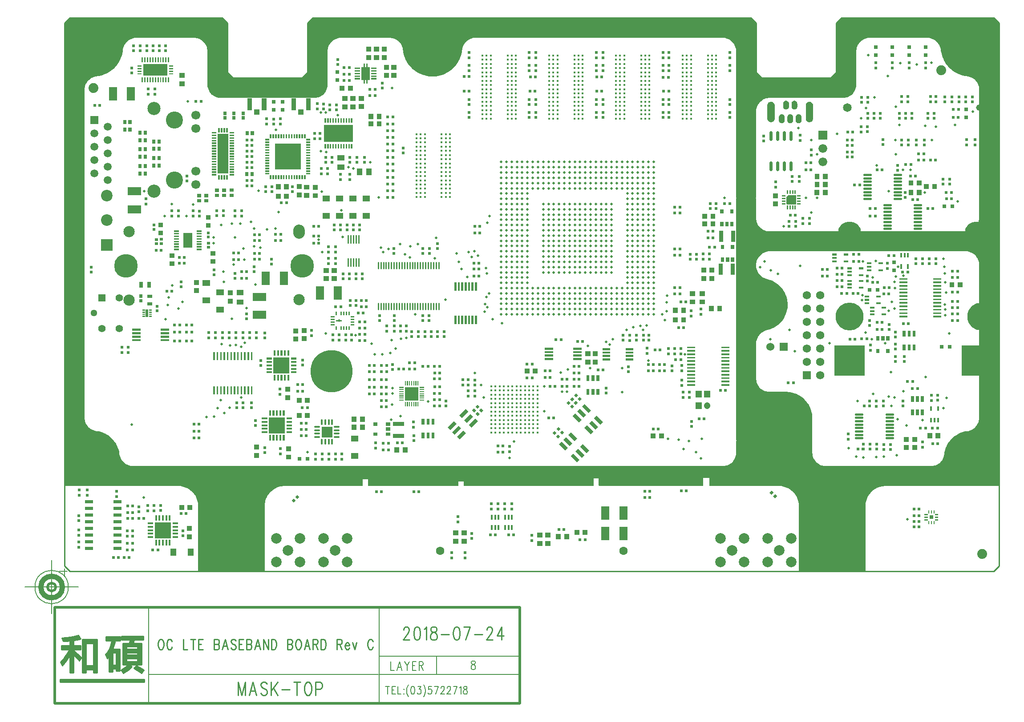
<source format=gbr>
G04 CAM350 V10.0.1 (Build 314) Date:  Fri Jul 27 19:02:47 2018 *
G04 Database: (Untitled) *
G04 Layer 2: SMPR *
%FSLAX25Y25*%
%MOIN*%
%SFA1.000B1.000*%

%MIA0B0*%
%IPPOS*%
%ADD11C,0.00800*%
%ADD12C,0.01000*%
%ADD13C,0.00500*%
%ADD15C,0.02000*%
%ADD16C,0.04000*%
%ADD17C,0.00700*%
%ADD21R,0.22835X0.22835*%
%ADD22C,0.31496*%
%ADD23C,0.03937*%
%ADD24C,0.06200*%
%ADD26C,0.07874*%
%ADD27C,0.05906*%
%ADD28C,0.06693*%
%ADD33C,0.08661*%
%ADD34C,0.06496*%
%ADD35C,0.04528*%
%ADD36C,0.17717*%
%ADD37C,0.08465*%
%ADD38R,0.06200X0.06200*%
%ADD39C,0.06000*%
%ADD40R,0.05905X0.05905*%
%ADD41C,0.09843*%
%ADD42C,0.12795*%
%ADD43C,0.06299*%
%ADD51R,0.02200X0.02200*%
%ADD52R,0.04724X0.04724*%
%ADD53R,0.03937X0.03937*%
%ADD55R,0.08661X0.08661*%
%ADD56R,0.03622X0.03622*%
%ADD57R,0.04000X0.04000*%
%ADD58R,0.03400X0.03400*%
%ADD64R,0.04331X0.04331*%
%ADD65R,0.06000X0.06000*%
%ADD66R,0.00787X0.00787*%
%ADD67R,0.03150X0.03150*%
%ADD75R,0.01378X0.01378*%
%ADD76R,0.00984X0.00984*%
%ADD78R,0.01181X0.01181*%
%ADD84R,0.10433X0.10433*%
%ADD85R,0.01575X0.01575*%
%ADD86C,0.02400*%
%ADD90C,0.01575*%
%ADD91R,0.02480X0.02480*%
%ADD92C,0.01890*%
%ADD93R,0.02800X0.02800*%
%ADD94R,0.03543X0.03543*%
%ADD95R,0.00866X0.00866*%
%ADD96C,0.01102*%
%ADD97R,0.02165X0.02165*%
%ADD98R,0.01200X0.01200*%
%ADD99R,0.02992X0.02992*%
%ADD100R,0.19685X0.19685*%
%ADD101C,0.01496*%
%ADD102R,0.12402X0.12402*%
%ADD103C,0.04724*%
%ADD104C,0.01181*%
%ADD105R,0.08268X0.08268*%
%ADD106R,0.02400X0.02400*%
%ADD107R,0.03200X0.03200*%
%ADD110R,0.06500X0.06500*%
%ADD113R,0.06600X0.06600*%
%ADD114C,0.06600*%
%ADD116R,0.08660X0.08660*%
%ADD117C,0.08660*%
%ADD118R,0.01182X0.01182*%
%ADD119R,0.08071X0.08071*%
%ADD120C,0.02362*%
%ADD121R,0.02401X0.02401*%
%ADD122R,0.02441X0.02441*%
%ADD123R,0.02003X0.02003*%
%ADD124R,0.01201X0.01201*%
%ADD125R,0.02364X0.02364*%
%ADD126C,0.20865*%
%ADD127R,0.01102X0.01102*%
%ADD128R,0.12758X0.12758*%
%ADD129R,0.05512X0.05512*%
%ADD130C,0.05512*%
%ADD131C,0.05119*%
%ADD132R,0.00865X0.00865*%
%ADD133R,0.01969X0.01969*%
%ADD134C,0.07401*%
%LNSMPR*%
%LPD*%
G36*
X172781Y55836D02*
G01X174336Y57392D01*
X175892Y55836*
X174336Y54281*
X172781Y55836*
G37*
G36*
X170101Y53157D02*
G01X171656Y54712D01*
X173212Y53156*
X171656Y51601*
X170101Y53157*
G37*
G36*
X527958Y59036D02*
G01X529514Y60592D01*
X531069Y59036*
X529514Y57481*
X527958Y59036*
G37*
G36*
X530638Y56357D02*
G01X532194Y57912D01*
X533749Y56356*
X532193Y54801*
X530638Y56357*
G37*
G36*
X0Y64500D02*
G01Y351400D01*
X8Y351487*
X30Y351571*
X67Y351650*
X30Y351729*
X8Y351813*
X0Y351900*
Y410793*
X8Y410880*
X30Y410964*
X67Y411043*
X117Y411114*
X146Y411146*
X3854Y414854*
X3920Y414910*
X3996Y414953*
X4078Y414983*
X4164Y414998*
X4207Y415000*
X117793*
X117880Y414992*
X117964Y414970*
X118043Y414933*
X118114Y414883*
X118146Y414854*
X121854Y411146*
X121910Y411080*
X121953Y411004*
X121983Y410922*
X121998Y410836*
X122000Y410793*
Y374000*
X126000Y370000*
X178000*
X182000Y374000*
Y410793*
X182008Y410880*
X182030Y410964*
X182067Y411043*
X182117Y411114*
X182146Y411146*
X185854Y414854*
X185920Y414910*
X185996Y414953*
X186078Y414983*
X186164Y414998*
X186207Y415000*
X359000*
X359087Y414992*
X359171Y414970*
X359250Y414933*
X359252Y414932*
X359289Y414953*
X359371Y414983*
X359456Y414998*
X359503Y415000*
X513788*
X513874Y414993*
X513959Y414972*
X514038Y414936*
X514110Y414886*
X514147Y414854*
X517851Y411149*
X517907Y411083*
X517952Y411008*
X517982Y410926*
X517998Y410840*
X518000Y410793*
Y374000*
X522000Y370000*
X574100*
X578100Y374000*
Y410793*
X578108Y410880*
X578130Y410964*
X578167Y411043*
X578217Y411114*
X578247Y411147*
X581953Y414853*
X582020Y414909*
X582095Y414953*
X582177Y414983*
X582263Y414998*
X582307Y415000*
X695790*
X695877Y414993*
X695961Y414971*
X696040Y414935*
X696112Y414885*
X696147Y414854*
X699851Y411149*
X699907Y411083*
X699952Y411008*
X699982Y410926*
X699998Y410840*
X700000Y410793*
Y164620*
X699992Y164533*
X699970Y164449*
X699933Y164370*
X699883Y164299*
X699854Y164266*
X699787Y164210*
X699711Y164167*
X699629Y164137*
X699544Y164122*
X699500Y164120*
X685513*
X685426Y164127*
X685342Y164149*
X685263Y164185*
X685191Y164235*
X685129Y164296*
X685079Y164367*
X685041Y164446*
X685018Y164530*
X685010Y164620*
Y230001*
X684962Y230898*
X684834Y231788*
X684627Y232662*
X684344Y233515*
X683986Y234339*
X683556Y235128*
X683057Y235875*
X682495Y236575*
X681872Y237223*
X681194Y237812*
X680466Y238339*
X679694Y238799*
X678885Y239189*
X678044Y239505*
X677178Y239745*
X676294Y239908*
X675400Y239991*
X675136Y240000*
X526825*
X525924Y239810*
X525042Y239542*
X524188Y239199*
X523366Y238783*
X522583Y238298*
X521845Y237747*
X521158Y237133*
X520527Y236462*
X519956Y235740*
X519451Y234970*
X519013Y234159*
X518648Y233314*
X518358Y232440*
X518144Y231544*
X518009Y230633*
X517953Y229713*
X517978Y228793*
X518082Y227877*
X518265Y226975*
X518526Y226092*
X518862Y225234*
X519272Y224409*
X519751Y223623*
X520297Y222881*
X520906Y222189*
X521571Y221553*
X522290Y220977*
X523056Y220465*
X523863Y220022*
X524706Y219650*
X525578Y219353*
X526246Y219181*
X526250Y219180*
X527463Y218867*
X528653Y218478*
X529817Y218014*
X530948Y217476*
X532042Y216867*
X533096Y216189*
X534104Y215446*
X535062Y214640*
X535967Y213774*
X536815Y212852*
X537603Y211878*
X538327Y210856*
X538984Y209790*
X539571Y208684*
X540087Y207542*
X540529Y206370*
X540895Y205173*
X541184Y203954*
X541395Y202719*
X541526Y201474*
X541578Y200222*
X541549Y198970*
X541441Y197722*
X541253Y196484*
X540987Y195260*
X540643Y194056*
X540223Y192876*
X539729Y191725*
X539162Y190608*
X538525Y189530*
X537820Y188494*
X537051Y187506*
X536220Y186569*
X535332Y185686*
X534388Y184862*
X533394Y184100*
X532354Y183403*
X531271Y182774*
X530150Y182216*
X528995Y181729*
X527812Y181318*
X526605Y180983*
X526250Y180900*
X525298Y180599*
X524442Y180294*
X523615Y179915*
X522826Y179465*
X522078Y178947*
X521380Y178366*
X520735Y177725*
X520149Y177030*
X519626Y176286*
X519170Y175499*
X518786Y174676*
X518475Y173821*
X518240Y172943*
X518084Y172047*
X518007Y171141*
X518000Y170904*
Y144695*
X518031Y143801*
X518143Y142914*
X518333Y142040*
X518600Y141187*
X518942Y140361*
X519357Y139569*
X519841Y138817*
X520391Y138111*
X521001Y137457*
X521667Y136860*
X522383Y136326*
X523145Y135857*
X523945Y135458*
X524778Y135133*
X525637Y134883*
X526514Y134710*
X527404Y134617*
X528095Y134600*
X539700*
X540956Y134604*
X542209Y134528*
X543455Y134373*
X544689Y134138*
X545905Y133825*
X547099Y133436*
X548265Y132971*
X549400Y132433*
X550498Y131824*
X551555Y131147*
X552567Y130403*
X553529Y129596*
X554439Y128730*
X555291Y127808*
X556082Y126833*
X556810Y125810*
X557472Y124743*
X558064Y123635*
X558584Y122493*
X559031Y121319*
X559402Y120119*
X559696Y118898*
X559912Y117661*
X560048Y116413*
X560100Y115410*
Y98600*
X560092Y98513*
X560070Y98429*
X560033Y98350*
X559983Y98279*
X559954Y98246*
X559887Y98190*
X559811Y98147*
X559729Y98117*
X559644Y98102*
X559601Y98100*
X559687Y98092*
X559771Y98070*
X559850Y98033*
X559921Y97983*
X559983Y97921*
X560033Y97850*
X560070Y97771*
X560092Y97687*
X560100Y97600*
Y89097*
X560129Y88205*
X560237Y87318*
X560424Y86445*
X560689Y85592*
X561029Y84767*
X561441Y83975*
X561923Y83223*
X562470Y82517*
X563077Y81863*
X563741Y81266*
X564456Y80731*
X565216Y80261*
X566014Y79862*
X566845Y79536*
X567702Y79285*
X568578Y79112*
X569466Y79018*
X569999Y79000*
X649403*
X650292Y79085*
X651170Y79248*
X652030Y79490*
X652865Y79807*
X653668Y80198*
X654433Y80659*
X655153Y81187*
X655824Y81777*
X656439Y82424*
X656993Y83124*
X657483Y83871*
X657904Y84659*
X658253Y85481*
X658527Y86331*
X658724Y87202*
X658800Y87698*
Y87702*
X658979Y88948*
X659236Y90180*
X659571Y91394*
X659982Y92583*
X660468Y93744*
X661027Y94872*
X661656Y95962*
X662353Y97010*
X663115Y98011*
X663940Y98962*
X664823Y99859*
X665761Y100698*
X666751Y101475*
X667788Y102188*
X668868Y102834*
X669988Y103410*
X671141Y103914*
X672324Y104343*
X673532Y104697*
X674400Y104900*
X674742Y104985*
X674828Y104999*
X674856Y105001*
X675763Y105057*
X676662Y105193*
X677545Y105407*
X678407Y105698*
X679239Y106064*
X680035Y106501*
X680791Y107007*
X681499Y107577*
X682154Y108207*
X682751Y108892*
X683286Y109627*
X683753Y110406*
X684151Y111224*
X684475Y112073*
X684724Y112947*
X684894Y113840*
X684986Y114744*
X685000Y115094*
Y163600*
X685008Y163687*
X685030Y163771*
X685067Y163850*
X685117Y163921*
X685179Y163983*
X685250Y164033*
X685329Y164070*
X685413Y164092*
X685500Y164100*
X699500*
X699587Y164092*
X699671Y164070*
X699750Y164033*
X699821Y163983*
X699883Y163921*
X699933Y163850*
X699970Y163771*
X699992Y163687*
X700000Y163600*
Y64500*
X699992Y64413*
X699970Y64329*
X699933Y64250*
X699883Y64179*
X699821Y64117*
X699750Y64067*
X699671Y64030*
X699587Y64008*
X699500Y64000*
X615096*
X614006Y63977*
X612921Y63874*
X611846Y63692*
X610787Y63432*
X609750Y63095*
X608741Y62682*
X607764Y62197*
X606826Y61641*
X605931Y61019*
X605084Y60332*
X604290Y59585*
X603552Y58782*
X602876Y57927*
X602264Y57024*
X601719Y56079*
X601246Y55097*
X600845Y54083*
X600521Y53042*
X600273Y51980*
X600104Y50903*
X600014Y49817*
X600000Y48904*
Y500*
X599992Y413*
X599970Y329*
X599933Y250*
X599883Y179*
X599821Y117*
X599750Y67*
X599671Y30*
X599587Y8*
X599500Y0*
X550500*
X550413Y8*
X550329Y30*
X550250Y67*
X550179Y117*
X550117Y179*
X550067Y250*
X550030Y329*
X550008Y413*
X550000Y500*
Y48904*
X549976Y49994*
X549872Y51080*
X549689Y52156*
X549427Y53215*
X549089Y54252*
X548676Y55261*
X548189Y56238*
X547633Y57176*
X547009Y58071*
X546322Y58918*
X545574Y59712*
X544770Y60450*
X543914Y61126*
X543011Y61738*
X542065Y62282*
X541082Y62755*
X540068Y63155*
X539026Y63480*
X537964Y63728*
X536886Y63897*
X535799Y63986*
X534904Y64000*
X488737*
X488652Y63981*
X488586Y63977*
X483336*
X483249Y63985*
X483165Y64007*
X483086Y64044*
X483015Y64094*
X482953Y64156*
X482903Y64227*
X482866Y64306*
X482844Y64390*
X482836Y64477*
Y69879*
X478252*
Y64509*
X478244Y64422*
X478222Y64338*
X478185Y64259*
X478135Y64188*
X478073Y64126*
X478002Y64076*
X477923Y64039*
X477839Y64017*
X477752Y64009*
X400593*
X400506Y64017*
X400422Y64039*
X400343Y64076*
X400272Y64126*
X400210Y64188*
X400160Y64259*
X400123Y64338*
X400101Y64422*
X400093Y64509*
Y69750*
X396250*
Y64500*
X396242Y64413*
X396220Y64329*
X396183Y64250*
X396133Y64179*
X396071Y64117*
X396000Y64067*
X395921Y64030*
X395837Y64008*
X395750Y64000*
X299500*
X299413Y64008*
X299329Y64030*
X299250Y64067*
X299179Y64117*
X299117Y64179*
X299067Y64250*
X299030Y64329*
X299008Y64413*
X299000Y64500*
Y67500*
X295000*
Y64500*
X294992Y64413*
X294970Y64329*
X294933Y64250*
X294883Y64179*
X294821Y64117*
X294750Y64067*
X294671Y64030*
X294587Y64008*
X294500Y64000*
X227750*
X227663Y64008*
X227579Y64030*
X227500Y64067*
X227429Y64117*
X227367Y64179*
X227317Y64250*
X227280Y64329*
X227258Y64413*
X227250Y64500*
Y69000*
X223250*
Y64500*
X223242Y64413*
X223220Y64329*
X223183Y64250*
X223133Y64179*
X223071Y64117*
X223000Y64067*
X222921Y64030*
X222837Y64008*
X222750Y64000*
X164699*
X163611Y63952*
X162531Y63825*
X161462Y63619*
X160412Y63334*
X159385Y62974*
X158387Y62539*
X157425Y62032*
X156502Y61455*
X155623Y60812*
X154795Y60107*
X154020Y59342*
X153304Y58523*
X152650Y57653*
X152061Y56738*
X151541Y55782*
X151093Y54790*
X150719Y53768*
X150421Y52722*
X150201Y51656*
X150059Y50577*
X150000Y49607*
Y0*
X149992Y-87*
X149970Y-171*
X149933Y-250*
X149883Y-321*
X149821Y-383*
X149750Y-433*
X149671Y-470*
X149587Y-492*
X149500Y-500*
X100500*
X100413Y-492*
X100329Y-470*
X100250Y-433*
X100179Y-383*
X100117Y-321*
X100067Y-250*
X100030Y-171*
X100008Y-87*
X100000Y0*
Y49004*
X99965Y50097*
X99850Y51185*
X99656Y52261*
X99384Y53320*
X99035Y54356*
X98611Y55365*
X98115Y56339*
X97549Y57275*
X96916Y58166*
X96219Y59010*
X95463Y59799*
X94651Y60532*
X93788Y61203*
X92878Y61810*
X91926Y62348*
X90937Y62815*
X89917Y63209*
X88871Y63527*
X87804Y63768*
X86723Y63930*
X85900Y64000*
X500*
X413Y64008*
X329Y64030*
X250Y64067*
X179Y64117*
X117Y64179*
X67Y64250*
X30Y64329*
X8Y64413*
X0Y64500*
G37*
%LPC*%
G36*
X14970Y351571D02*
G01X14992Y351487D01*
X15000Y351400*
Y115098*
X15047Y114200*
X15174Y113309*
X15379Y112434*
X15662Y111580*
X16019Y110755*
X16448Y109965*
X16945Y109216*
X17507Y108514*
X18129Y107865*
X18807Y107273*
X19534Y106745*
X20305Y106282*
X21115Y105891*
X21956Y105572*
X22822Y105330*
X23706Y105166*
X24286Y105101*
X24317Y105098*
X25554Y104884*
X26774Y104592*
X27973Y104223*
X29146Y103778*
X30289Y103259*
X31396Y102669*
X32463Y102009*
X33486Y101283*
X34461Y100493*
X35384Y99642*
X36250Y98734*
X37057Y97773*
X37801Y96763*
X38479Y95707*
X39088Y94610*
X39626Y93477*
X40091Y92312*
X40481Y91119*
X40794Y89904*
X40900Y89402*
X40993Y88933*
X41002Y88867*
X41102Y87951*
X41280Y87047*
X41536Y86162*
X41868Y85303*
X42273Y84476*
X42749Y83687*
X43291Y82942*
X43896Y82248*
X44558Y81608*
X45274Y81028*
X46037Y80512*
X46842Y80064*
X47683Y79688*
X48553Y79387*
X49446Y79162*
X50356Y79015*
X50699Y78980*
X50700*
X492571*
X492591*
X493487Y78989*
X494380Y79078*
X495261Y79246*
X496123Y79491*
X496960Y79813*
X497765Y80208*
X498532Y80673*
X499255Y81205*
X499927Y81798*
X500543Y82450*
X501099Y83153*
X501591Y83904*
X502013Y84695*
X502363Y85520*
X502639Y86374*
X502837Y87248*
X502956Y88137*
X502996Y89033*
X502990Y89380*
Y89399*
Y97600*
X502998Y97687*
X503020Y97771*
X503057Y97850*
X503107Y97921*
X503169Y97983*
X503240Y98033*
X503319Y98070*
X503403Y98092*
X503490Y98100*
X503502*
X503416Y98107*
X503332Y98129*
X503253Y98165*
X503181Y98215*
X503119Y98276*
X503069Y98347*
X503031Y98426*
X503008Y98510*
X503000Y98600*
X502990Y264947*
X502992Y279300*
X502999Y279387*
X503022Y279471*
X503059Y279550*
X503109Y279621*
X503138Y279654*
X503205Y279710*
X503280Y279753*
X503362Y279783*
X503448Y279798*
X503492Y279800*
X517495*
X517582Y279793*
X517666Y279771*
X517746Y279734*
X517817Y279685*
X517879Y279623*
X517929Y279552*
X517967Y279473*
X517990Y279389*
X517998Y279298*
X517930Y264945*
X517987Y264042*
X518123Y263148*
X518338Y262270*
X518629Y261414*
X518995Y260586*
X519432Y259795*
X519938Y259045*
X520508Y258343*
X521138Y257694*
X521822Y257103*
X522556Y256574*
X523334Y256113*
X524150Y255722*
X524997Y255405*
X525869Y255164*
X526838Y254990*
X675135*
X676031Y255049*
X676918Y255187*
X677789Y255403*
X678637Y255697*
X679456Y256064*
X680239Y256503*
X680980Y257010*
X681672Y257581*
X682311Y258211*
X682892Y258895*
X683409Y259629*
X683859Y260405*
X684238Y261219*
X684543Y262063*
X684772Y262931*
X684923Y263816*
X684994Y264711*
X685000Y264997*
Y361505*
X684943Y362395*
X684806Y363277*
X684591Y364143*
X684299Y364986*
X683933Y365800*
X683495Y366577*
X682990Y367312*
X682421Y368000*
X681793Y368633*
X681110Y369207*
X680379Y369719*
X679605Y370162*
X678794Y370535*
X677953Y370833*
X677089Y371055*
X676206Y371199*
X676190Y371202*
X675496Y371301*
X674181Y371512*
X672882Y371803*
X671602Y372171*
X670347Y372615*
X669121Y373133*
X667928Y373725*
X666772Y374387*
X665659Y375117*
X664591Y375912*
X663573Y376771*
X662609Y377688*
X661701Y378663*
X660854Y379689*
X660069Y380765*
X659351Y381886*
X658701Y383048*
X658122Y384248*
X657617Y385479*
X657186Y386739*
X656831Y388022*
X656554Y389325*
X656400Y390300*
X656306Y390773*
X656298Y390823*
X656165Y391718*
X655954Y392598*
X655667Y393455*
X655305Y394284*
X654871Y395077*
X654368Y395830*
X653801Y396534*
X653174Y397186*
X652492Y397780*
X651760Y398312*
X650984Y398777*
X650170Y399171*
X649325Y399492*
X648454Y399737*
X647565Y399904*
X646665Y399993*
X646503Y400000*
X646500*
X602400*
X602397*
X601501Y399890*
X600619Y399701*
X599756Y399435*
X598920Y399093*
X598118Y398679*
X597356Y398196*
X596640Y397647*
X595975Y397036*
X595366Y396370*
X594819Y395652*
X594338Y394888*
X593926Y394085*
X593587Y393248*
X593323Y392385*
X593136Y391502*
X593029Y390606*
X593000Y389802*
Y365000*
X592960Y364107*
X592840Y363220*
X592641Y362348*
X592366Y361498*
X592015Y360675*
X591593Y359887*
X591101Y359139*
X590545Y358439*
X589929Y357791*
X589257Y357201*
X588535Y356673*
X587769Y356211*
X586965Y355820*
X586129Y355503*
X585268Y355261*
X584389Y355097*
X583498Y355013*
X583003Y355000*
X527200*
X526302Y354869*
X525420Y354659*
X524559Y354373*
X523727Y354011*
X522930Y353578*
X522175Y353077*
X521466Y352510*
X520810Y351884*
X520212Y351202*
X519676Y350470*
X519206Y349694*
X518807Y348880*
X518481Y348033*
X518231Y347161*
X518059Y346271*
X518000Y345800*
Y280333*
X517993Y280246*
X517971Y280162*
X517935Y280083*
X517885Y280011*
X517854Y279976*
X517787Y279920*
X517711Y279877*
X517629Y279847*
X517544Y279832*
X517497Y279830*
X503500*
X503413Y279838*
X503329Y279860*
X503250Y279897*
X503179Y279947*
X503117Y280009*
X503067Y280080*
X503030Y280159*
X503008Y280243*
X503000Y280333*
Y389796*
Y389808*
X502974Y390704*
X502869Y391594*
X502684Y392471*
X502422Y393328*
X502085Y394159*
X501675Y394956*
X501195Y395714*
X500650Y396425*
X500044Y397086*
X499381Y397689*
X498667Y398231*
X497908Y398708*
X497109Y399115*
X496277Y399449*
X495419Y399707*
X494541Y399889*
X493651Y399991*
X493503Y400000*
X493500*
X359503*
X359416Y400007*
X359332Y400029*
X359253Y400065*
X359250Y400067*
X359171Y400030*
X359087Y400008*
X359000Y400000*
X307000*
X306103Y399881*
X305220Y399684*
X304359Y399410*
X303524Y399060*
X302724Y398638*
X301964Y398147*
X301251Y397591*
X300589Y396974*
X299985Y396301*
X299442Y395578*
X298965Y394809*
X298558Y394001*
X298224Y393161*
X297966Y392294*
X297800Y391500*
X297700Y390500*
X297492Y389181*
X297206Y387877*
X296843Y386593*
X296403Y385332*
X295888Y384100*
X295300Y382902*
X294642Y381740*
X293916Y380620*
X293123Y379546*
X292268Y378521*
X291353Y377549*
X290381Y376633*
X289356Y375778*
X288282Y374985*
X287162Y374258*
X286001Y373599*
X284802Y373012*
X283571Y372496*
X282310Y372056*
X281026Y371692*
X279722Y371405*
X278403Y371198*
X277075Y371069*
X275740Y371020*
X274406Y371051*
X273075Y371162*
X271754Y371353*
X270446Y371622*
X269157Y371969*
X267891Y372393*
X266653Y372892*
X265447Y373464*
X264277Y374107*
X263148Y374819*
X262063Y375598*
X261027Y376440*
X260043Y377342*
X259116Y378302*
X258247Y379316*
X257440Y380380*
X256699Y381490*
X256025Y382643*
X255422Y383834*
X254891Y385059*
X254435Y386313*
X254054Y387593*
X253751Y388893*
X253526Y390209*
X253500Y390400*
X253400Y391400*
X253228Y392283*
X252978Y393146*
X252652Y393984*
X252253Y394790*
X251784Y395558*
X251248Y396280*
X250651Y396952*
X249996Y397569*
X249289Y398125*
X248536Y398615*
X247742Y399037*
X246913Y399387*
X246057Y399662*
X245180Y399860*
X244289Y399979*
X244000Y400000*
X206500*
X205608Y399912*
X204728Y399744*
X203866Y399499*
X203029Y399177*
X202225Y398783*
X201458Y398318*
X200736Y397787*
X200065Y397194*
X199449Y396543*
X198893Y395839*
X198402Y395090*
X197981Y394299*
X197631Y393474*
X197356Y392621*
X197158Y391747*
X197039Y390858*
X197000Y390000*
Y365000*
X196952Y364103*
X196825Y363214*
X196619Y362340*
X196336Y361487*
X195978Y360663*
X195549Y359875*
X195051Y359127*
X194488Y358427*
X193866Y357779*
X193188Y357190*
X192461Y356663*
X191689Y356203*
X190880Y355813*
X190040Y355497*
X189174Y355257*
X188291Y355094*
X187396Y355011*
X187000Y355000*
X116900*
X116008Y355047*
X115124Y355174*
X114254Y355379*
X113407Y355662*
X112588Y356019*
X111804Y356447*
X111061Y356944*
X110367Y357506*
X109725Y358127*
X109141Y358804*
X108620Y359529*
X108166Y360299*
X107783Y361106*
X107473Y361944*
X107240Y362806*
X107084Y363686*
X107008Y364576*
X107000Y364900*
Y390300*
X106924Y391196*
X106769Y392081*
X106536Y392949*
X106227Y393794*
X105844Y394607*
X105390Y395383*
X104869Y396115*
X104285Y396799*
X103643Y397428*
X102947Y397997*
X102204Y398502*
X101418Y398939*
X100597Y399305*
X99746Y399596*
X98873Y399810*
X97985Y399946*
X97200Y400000*
X53100*
X52204Y399901*
X51320Y399723*
X50455Y399468*
X49617Y399137*
X48811Y398733*
X48044Y398259*
X47322Y397719*
X46651Y397117*
X46035Y396458*
X45481Y395747*
X44991Y394990*
X44571Y394192*
X44223Y393361*
X43950Y392501*
X43754Y391621*
X43637Y390727*
X43600Y389900*
X43200Y388000*
X42851Y386718*
X42425Y385460*
X41924Y384230*
X41350Y383032*
X40705Y381870*
X39991Y380750*
X39211Y379674*
X38368Y378648*
X37465Y377674*
X36504Y376756*
X35490Y375898*
X34427Y375102*
X33317Y374372*
X32165Y373709*
X30976Y373118*
X29753Y372598*
X28501Y372154*
X27225Y371786*
X25929Y371495*
X24617Y371282*
X23900Y371200*
X23700*
X22818Y371040*
X21953Y370802*
X21114Y370487*
X20305Y370100*
X19535Y369641*
X18808Y369116*
X18131Y368529*
X17509Y367883*
X16947Y367184*
X16449Y366438*
X16020Y365651*
X15663Y364829*
X15380Y363978*
X15175Y363105*
X15048Y362218*
X15000Y361300*
Y351900*
X14992Y351813*
X14970Y351729*
X14933Y351650*
X14970Y351571*
G37*
%LPD*%
G36*
X305108Y120764D02*
G01X306664Y122319D01*
X308219Y120764*
X306664Y119208*
X305108Y120764*
G37*
G36*
X371031Y104164D02*
G01X372586Y105719D01*
X374142Y104164*
X372586Y102608*
X371031Y104164*
G37*
G36*
X307788Y123444D02*
G01X309344Y124999D01*
X310899Y123443*
X309343Y121888*
X307788Y123444*
G37*
G36*
X368351Y106844D02*
G01X369907Y108399D01*
X371462Y106843*
X369906Y105288*
X368351Y106844*
G37*
G36*
X310544Y120688D02*
G01X312099Y122243D01*
X313655Y120688*
X312099Y119132*
X310544Y120688*
G37*
G36*
X307864Y118008D02*
G01X309420Y119563D01*
X310975Y118008*
X309419Y116452*
X307864Y118008*
G37*
G36*
X365456Y103845D02*
G01X367012Y105401D01*
X368568Y103845*
X367012Y102289*
X365456Y103845*
G37*
G36*
X368136Y101165D02*
G01X369692Y102721D01*
X371248Y101165*
X369692Y99610*
X368136Y101165*
G37*
G36*
X378606Y129008D02*
G01X380162Y130564D01*
X381717Y129008*
X380162Y127453*
X378606Y129008*
G37*
G36*
X375850Y126253D02*
G01X377406Y127808D01*
X378961Y126252*
X377406Y124697*
X375850Y126253*
G37*
G36*
X378530Y123573D02*
G01X380086Y125128D01*
X381641Y123573*
X380086Y122017*
X378530Y123573*
G37*
G36*
X381506Y131945D02*
G01X383062Y133501D01*
X384618Y131945*
X383062Y130389*
X381506Y131945*
G37*
G36*
X384186Y129265D02*
G01X385742Y130821D01*
X387298Y129265*
X385742Y127710*
X384186Y129265*
G37*
G36*
X381286Y126329D02*
G01X382842Y127884D01*
X384397Y126328*
X382841Y124773*
X381286Y126329*
G37*
G36*
X547621Y340563D02*
G01X547653Y340939D01*
X547750Y341304*
X547909Y341646*
X548125Y341956*
X548391Y342223*
X548700Y342440*
X549042Y342600*
X549406Y342698*
X549782Y342732*
X550158Y342700*
X550523Y342602*
X550865Y342444*
X551175Y342228*
X551442Y341961*
X551659Y341652*
X551819Y341311*
X551918Y340946*
X551951Y340600*
Y338205*
X551919Y337829*
X551822Y337465*
X551663Y337122*
X551446Y336813*
X551180Y336546*
X550871Y336329*
X550529Y336169*
X550165Y336071*
X549789Y336038*
X549403Y336072*
X549054Y336165*
X548727Y336314*
X548424Y336520*
X548153Y336781*
X547931Y337086*
X547764Y337428*
X547660Y337795*
X547621Y338168*
Y340563*
G37*
G36*
X544471Y350799D02*
G01X544503Y351175D01*
X544600Y351540*
X544759Y351882*
X544975Y352192*
X545242Y352459*
X545550Y352676*
X545892Y352836*
X546257Y352935*
X546633Y352968*
X547009Y352936*
X547373Y352839*
X547716Y352680*
X548025Y352464*
X548293Y352197*
X548510Y351889*
X548670Y351547*
X548768Y351183*
X548801Y350837*
X548802Y348442*
X548769Y348066*
X548672Y347701*
X548513Y347359*
X548297Y347049*
X548030Y346782*
X547721Y346565*
X547379Y346405*
X547015Y346307*
X546639Y346274*
X546253Y346308*
X545904Y346401*
X545577Y346551*
X545274Y346756*
X545004Y347017*
X544782Y347322*
X544615Y347664*
X544510Y348031*
X544472Y348404*
X544471Y350799*
G37*
G36*
X535022Y340563D02*
G01X535054Y340939D01*
X535152Y341304*
X535310Y341646*
X535526Y341956*
X535793Y342223*
X536102Y342440*
X536443Y342600*
X536808Y342698*
X537184Y342732*
X537560Y342700*
X537924Y342602*
X538267Y342444*
X538576Y342228*
X538844Y341961*
X539061Y341652*
X539221Y341311*
X539319Y340946*
X539352Y340600*
X539353Y338205*
X539320Y337829*
X539223Y337465*
X539064Y337122*
X538848Y336813*
X538581Y336546*
X538273Y336329*
X537931Y336169*
X537566Y336071*
X537190Y336038*
X536804Y336072*
X536455Y336165*
X536128Y336314*
X535826Y336520*
X535555Y336781*
X535333Y337086*
X535166Y337428*
X535061Y337795*
X535023Y338168*
X535022Y340563*
G37*
G36*
X541321D02*
G01X541354Y340939D01*
X541451Y341304*
X541610Y341646*
X541826Y341956*
X542092Y342223*
X542401Y342440*
X542743Y342600*
X543107Y342698*
X543483Y342732*
X543859Y342700*
X544224Y342602*
X544566Y342444*
X544876Y342228*
X545143Y341961*
X545360Y341652*
X545520Y341311*
X545618Y340946*
X545652Y340600*
Y338205*
X545620Y337829*
X545522Y337465*
X545363Y337122*
X545147Y336813*
X544881Y336546*
X544572Y336329*
X544230Y336169*
X543865Y336071*
X543489Y336038*
X543103Y336072*
X542755Y336165*
X542427Y336314*
X542125Y336520*
X541854Y336781*
X541632Y337086*
X541465Y337428*
X541360Y337795*
X541322Y338168*
X541321Y340563*
G37*
G36*
X538172Y350799D02*
G01X538204Y351175D01*
X538301Y351540*
X538460Y351882*
X538676Y352192*
X538942Y352459*
X539251Y352676*
X539593Y352836*
X539957Y352935*
X540333Y352968*
X540709Y352936*
X541074Y352839*
X541416Y352680*
X541726Y352464*
X541993Y352197*
X542210Y351889*
X542370Y351547*
X542469Y351183*
X542502Y350837*
X542503Y348442*
X542470Y348066*
X542373Y347701*
X542214Y347359*
X541998Y347049*
X541731Y346782*
X541422Y346565*
X541080Y346405*
X540716Y346307*
X540340Y346274*
X539954Y346308*
X539605Y346401*
X539278Y346551*
X538975Y346756*
X538704Y347017*
X538482Y347322*
X538315Y347664*
X538211Y348031*
X538172Y348404*
Y350799*
G37*
G36*
X373705Y98846D02*
G01X375654Y100795D01*
X380386Y96062*
X378438Y94114*
X373705Y98846*
G37*
G36*
X382614Y89938D02*
G01X384562Y91886D01*
X389295Y87154*
X387346Y85205*
X382614Y89938*
G37*
G36*
X286827Y107978D02*
G01X291560Y112711D01*
X293508Y110762*
X288776Y106030*
X286827Y107978*
G37*
G36*
X396455Y114675D02*
G01X398403Y116623D01*
X403136Y111891*
X401187Y109942*
X396455Y114675*
G37*
G36*
X387546Y123583D02*
G01X389495Y125532D01*
X394227Y120799*
X392279Y118851*
X387546Y123583*
G37*
G36*
X293898Y100907D02*
G01X298631Y105640D01*
X300579Y103691*
X295847Y98959*
X293898Y100907*
G37*
G36*
X384011Y120048D02*
G01X385959Y121996D01*
X390692Y117264*
X388743Y115315*
X384011Y120048*
G37*
G36*
X389384Y107604D02*
G01X391332Y109552D01*
X396065Y104820*
X394116Y102871*
X389384Y107604*
G37*
G36*
X295736Y116887D02*
G01X300468Y121619D01*
X302417Y119671*
X297684Y114938*
X295736Y116887*
G37*
G36*
X290363Y104443D02*
G01X295095Y109175D01*
X297044Y107227*
X292311Y102494*
X290363Y104443*
G37*
G36*
X299271Y113351D02*
G01X304004Y118084D01*
X305952Y116135*
X301220Y111403*
X299271Y113351*
G37*
G36*
X302807Y109816D02*
G01X307539Y114548D01*
X309488Y112600*
X304755Y107867*
X302807Y109816*
G37*
G36*
X380475Y116512D02*
G01X382424Y118461D01*
X387156Y113728*
X385208Y111780*
X380475Y116512*
G37*
G36*
X377241Y102382D02*
G01X379189Y104330D01*
X383922Y99598*
X381973Y97649*
X377241Y102382*
G37*
G36*
X370170Y95311D02*
G01X372118Y97259D01*
X376851Y92527*
X374902Y90578*
X370170Y95311*
G37*
G36*
X392919Y111139D02*
G01X394868Y113088D01*
X399600Y108355*
X397652Y106407*
X392919Y111139*
G37*
G36*
X386149Y93473D02*
G01X388098Y95422D01*
X392830Y90689*
X390882Y88741*
X386149Y93473*
G37*
G36*
X379078Y86402D02*
G01X381027Y88351D01*
X385759Y83618*
X383811Y81670*
X379078Y86402*
G37*
G36*
X540766Y275410D02*
G01Y280809D01*
X540770Y280846*
X540790Y280921*
X540807Y280958*
X540845Y281020*
X541849Y282028*
X541909Y282072*
X541976Y282103*
X542049Y282121*
X547518*
X547572Y282109*
X547635Y282084*
X547695Y282047*
X547749Y281997*
X547795Y281935*
X547828Y281866*
X547839Y281829*
X547851Y281754*
Y275478*
X547853Y275409*
X547842Y275341*
X547820Y275275*
X547786Y275215*
X547742Y275161*
X547684Y275111*
X547618Y275074*
X547587Y275061*
X547543Y275049*
X547507Y275043*
X541109*
X541049Y275055*
X540985Y275080*
X540924Y275117*
X540868Y275167*
X540822Y275229*
X540789Y275298*
X540777Y275335*
X540766Y275410*
G37*
G36*
X555107Y349599D02*
G01X555176Y350063D01*
X555324Y350508*
X555545Y350922*
X555833Y351292*
X556179Y351608*
X556574Y351861*
X557007Y352043*
X557464Y352150*
X557932Y352177*
X558398Y352124*
X558849Y351993*
X559270Y351788*
X559651Y351514*
X559980Y351179*
X560247Y350794*
X560445Y350368*
X560568Y349916*
X560612Y349505*
X560607Y339403*
X560537Y338939*
X560390Y338494*
X560169Y338080*
X559881Y337710*
X559534Y337394*
X559139Y337141*
X558706Y336959*
X558249Y336853*
X557781Y336826*
X557424Y336859*
X557028Y336953*
X556615Y337120*
X556247Y337344*
X555916Y337624*
X555628Y337960*
X555393Y338346*
X555225Y338763*
X555127Y339204*
X555107Y349599*
G37*
G36*
X526366D02*
G01X526436Y350063D01*
X526584Y350508*
X526805Y350922*
X527092Y351292*
X527439Y351608*
X527834Y351861*
X528266Y352043*
X528723Y352150*
X529192Y352177*
X529658Y352124*
X530108Y351993*
X530530Y351788*
X530911Y351514*
X531240Y351179*
X531507Y350794*
X531705Y350368*
X531828Y349916*
X531872Y349505*
X531867Y339403*
X531797Y338939*
X531649Y338494*
X531428Y338080*
X531140Y337710*
X530794Y337394*
X530399Y337141*
X529966Y336959*
X529509Y336853*
X529041Y336826*
X528684Y336859*
X528288Y336953*
X527875Y337120*
X527506Y337344*
X527176Y337624*
X526888Y337960*
X526653Y338346*
X526485Y338763*
X526387Y339204*
X526366Y349599*
G37*
G36*
X222248Y368716D02*
G01Y377785D01*
X222254Y377819*
X222265Y377851*
X222281Y377881*
X222303Y377908*
X222329Y377931*
X222358Y377948*
X222390Y377961*
X222409Y377965*
X223961Y377972*
Y380541*
X223981Y380615*
X224038Y380684*
X224121Y380721*
X224903*
X224927Y380715*
X224959Y380701*
X224988Y380683*
X225013Y380659*
X225033Y380632*
X225049Y380601*
X225059Y380568*
X225063Y380540*
Y377972*
X225929*
X225930Y380541*
X225950Y380615*
X226006Y380684*
X226089Y380721*
X226872*
X226896Y380715*
X226927Y380701*
X226956Y380683*
X226981Y380659*
X227002Y380632*
X227017Y380601*
X227027Y380568*
X227031Y380540*
X227032Y377972*
X228583Y377965*
X228616Y377956*
X228647Y377941*
X228675Y377921*
X228700Y377897*
X228719Y377868*
X228733Y377837*
X228742Y377804*
X228745Y377769*
X228744Y377754*
Y368703*
X228740Y368678*
X228734Y368653*
X228720Y368622*
X228701Y368593*
X228677Y368568*
X228649Y368548*
X228618Y368533*
X228585Y368523*
X228581*
X227032Y368516*
X227031Y365947*
X227014Y365879*
X226962Y365810*
X226894Y365773*
X226869Y365767*
X226091*
X226058Y365776*
X226027Y365791*
X225999Y365810*
X225974Y365835*
X225955Y365863*
X225940Y365894*
X225931Y365928*
X225928Y365962*
X225929Y365978*
Y368519*
X225063*
Y365947*
X225045Y365879*
X224993Y365810*
X224926Y365773*
X224901Y365767*
X224123*
X224098Y365773*
X224081Y365779*
X224056Y365792*
X224028Y365812*
X224004Y365837*
X223985Y365865*
X223971Y365897*
X223962Y365930*
X223960Y365964*
X223961Y365978*
Y368516*
X222411Y368523*
X222378Y368531*
X222347Y368546*
X222319Y368565*
X222294Y368590*
X222274Y368618*
X222260Y368649*
X222251Y368682*
X222248Y368716*
G37*
G54D15*
X119215Y216990D03*
X624350Y228510D03*
X125270Y189320D03*
X96160Y274960D03*
X80410Y275450D03*
X127492Y250363D03*
X528500Y174000D03*
X659490Y192190D03*
X625810Y381130D03*
X622690Y312657D03*
X237930Y162820D03*
X473000Y89300D03*
X435980Y184240D03*
X420960Y181160D03*
X638410Y380100D03*
X191800Y344000D03*
X195500Y344200D03*
X207119Y270741D03*
X449750Y188500D03*
X613500Y86200D03*
X618780Y149280D03*
X573100Y171000D03*
X192480Y284780D03*
X563500Y280000D03*
X555250D03*
X235260Y280500D03*
X50220Y110060D03*
X631250Y38890D03*
X143000Y215000D03*
X205750Y188000D03*
X392000Y169100D03*
X578700Y327900D03*
X59660Y285030D03*
X393500Y152250D03*
X218000Y177000D03*
X417500Y134500D03*
X245260Y362290D03*
X600012Y179187D03*
X193000Y239500D03*
X208250Y250750D03*
X450800Y195010D03*
X451080Y201550D03*
X666840Y334640D03*
X596580Y339700D03*
X625320Y334850D03*
X644620Y334020D03*
X680200Y344860D03*
X600300Y347400D03*
X649550Y323390D03*
X316500Y261500D03*
X597950Y232310D03*
X606500Y355390D03*
X622340Y323390D03*
X652760Y333230D03*
X318250Y266250D03*
X371750Y149000D03*
X543000Y181000D03*
X425780Y182910D03*
X451160Y206700D03*
X447750Y192750D03*
X433310Y181060D03*
X431200Y183960D03*
X315750Y227250D03*
X316250Y223500D03*
X622770Y348270D03*
X660730Y130030D03*
X467680Y97620D03*
X608400Y304500D03*
X117690Y170510D03*
X463570Y91750D03*
X547000Y165000D03*
X123940Y169360D03*
X459900Y98600D03*
X559250Y323250D03*
X451970Y99500D03*
X264610Y245490D03*
X136250Y197500D03*
X132400Y168330D03*
X327750Y186000D03*
X238750Y239310D03*
X128430Y169870D03*
X254880Y237720D03*
X633580Y301110D03*
X649230Y381260D03*
X644160Y283940D03*
X258800Y243700D03*
X134750Y233750D03*
X320750Y189000D03*
X85270Y197100D03*
X88250Y202200D03*
X251280Y245530D03*
X628020Y301170D03*
X134000Y242000D03*
X617300Y284900D03*
X242750Y241700D03*
X77900Y205480D03*
X212643Y302894D03*
X659540Y216630D03*
X520900Y227900D03*
X232260Y162780D03*
X314750Y194750D03*
X236830Y242730D03*
X191881Y315111D03*
X642500Y113250D03*
X464600Y162800D03*
X524200Y232500D03*
X604600Y174200D03*
X80500Y214500D03*
X258520Y235290D03*
X229041Y306710D03*
X597700Y207200D03*
X182000Y89500D03*
X216425Y302142D03*
X597155Y203528D03*
X142000Y257000D03*
X549500Y332400D03*
X247780Y166930D03*
X614600Y171100D03*
X77220Y199800D03*
X644990Y145650D03*
X659590Y196430D03*
X658360Y122460D03*
X146750Y242750D03*
X605200Y220300D03*
X204500Y342000D03*
X277200Y234600D03*
X607700Y232700D03*
X126500Y230000D03*
X408300Y169900D03*
X131710Y260810D03*
X477400Y99400D03*
X195997Y314375D03*
X660320Y208940D03*
X245750Y137250D03*
X316750Y198000D03*
X559250Y269000D03*
X245500Y133250D03*
X244830Y173270D03*
X272250Y127500D03*
X301500Y220750D03*
X145430Y285440D03*
X616510Y371410D03*
X297340Y226840D03*
X309700Y236600D03*
X295350Y231880D03*
X151750Y256250D03*
X293500Y238450D03*
X494400Y280200D03*
X158000Y257000D03*
X278200Y250200D03*
X142000Y243750D03*
X315000Y200500D03*
X538500Y258700D03*
X244700Y113600D03*
X160196Y269430D03*
X602050Y387050D03*
X659350Y200200D03*
X534200Y223200D03*
X318000Y208250D03*
X551000Y229000D03*
X563750Y312750D03*
X285250Y203750D03*
X529000Y225600D03*
X316000Y205750D03*
X125350Y260700D03*
X245250Y125000D03*
X659150Y223250D03*
X251890Y174220D03*
X91330Y266510D03*
X262750Y192750D03*
X306840Y239990D03*
X255930Y175090D03*
X304870Y235870D03*
X117250Y259750D03*
X658970Y228230D03*
X302500Y239240D03*
X668900Y277500D03*
X621520Y197080D03*
X619450Y202100D03*
X132250Y130500D03*
X405500Y172000D03*
X410600Y174000D03*
X417500Y152500D03*
X624000Y114000D03*
X662560Y178480D03*
X658400Y234400D03*
X134990Y171210D03*
X593000Y86000D03*
X619430Y123920D03*
X608100Y85600D03*
X336750Y97250D03*
X587110Y92250D03*
X617250Y131000D03*
X594000Y127750D03*
X628110Y135160D03*
X376300Y134740D03*
X359120Y138730D03*
X311970Y139600D03*
X75020Y266510D03*
X598200Y85400D03*
X313990Y130510D03*
X621500Y130500D03*
X605500Y133000D03*
X359250Y120000D03*
X195750Y178500D03*
X244080Y163570D03*
X476460Y84560D03*
X372510Y134560D03*
X333250Y85000D03*
X251500Y116250D03*
X59112Y55329D03*
X307310Y148700D03*
X229774Y170760D03*
X92380Y352210D03*
X139480Y262080D03*
X623140Y87030D03*
X437260Y157880D03*
X376900Y151290D03*
X190269Y248644D03*
X106250Y115750D03*
X123750Y122750D03*
X622060Y212510D03*
X621610Y216970D03*
X622670Y221110D03*
X628150Y221550D03*
X75500Y189000D03*
X112000Y116000D03*
X114500Y122500D03*
X117000Y128500D03*
X119750Y118750D03*
X630500Y109500D03*
G54D51*
X612906Y323692D03*
Y319902D03*
G54D116*
X31700Y244849D03*
G54D117*
Y263353D03*
Y281857D03*
G54D51*
X442259Y165963D03*
X446049D03*
G54D120*
X116642Y301290D03*
Y307195D03*
Y313101D03*
Y319006D03*
Y324912D03*
X118610Y304242D03*
Y310148D03*
Y316053D03*
Y321959D03*
X120579Y301290D03*
Y307195D03*
Y313101D03*
Y319006D03*
Y324912D03*
G54D34*
X586362Y347543D03*
G54D35*
X684787D03*
G54D21*
X683213Y158173D03*
X587937D03*
G54D36*
X683095Y253449D03*
X587819D03*
G54D51*
X589963Y310543D03*
X586173D03*
X595466Y289569D03*
X591676D03*
X589954Y323311D03*
X586164D03*
G54D22*
X521900Y200000D03*
G54D23*
X509695D03*
X521900Y187795D03*
Y212205D03*
X534105Y200000D03*
X530168Y190945D03*
Y209055D03*
X513632D03*
Y190945D03*
G54D36*
X177949Y229102D03*
X45863D03*
G54D37*
X48422Y203511D03*
X48410Y254555D03*
X175575Y203760D03*
G54D92*
X327013Y306887D03*
X330950D03*
X334887D03*
X338824D03*
X342761D03*
X346698D03*
X350635D03*
X354572D03*
X358509D03*
X362447D03*
X366384D03*
X370321D03*
X374258D03*
X378195D03*
X382132D03*
X386069D03*
X390006D03*
X393943D03*
X397880D03*
X401817D03*
X405753D03*
X409691D03*
X413628D03*
X417565D03*
X421502D03*
X425439D03*
X429376D03*
X433313D03*
X437250D03*
X441187D03*
X327013Y228147D03*
X330950D03*
X334887D03*
X338824D03*
X342761D03*
X346698D03*
X358509D03*
X362447D03*
X366384D03*
X370321D03*
X374258D03*
X378195D03*
X382132D03*
X386069D03*
X390006D03*
X393943D03*
X397880D03*
X401817D03*
X405753D03*
X409691D03*
X421502D03*
X425439D03*
X429376D03*
X433313D03*
X437250D03*
X441187D03*
X327013Y224209D03*
X330950D03*
X334887D03*
X338824D03*
X342761D03*
X346698D03*
X358509D03*
X362447D03*
X366384D03*
X370321D03*
X374258D03*
X378195D03*
X382132D03*
X386069D03*
X390006D03*
X393943D03*
X397880D03*
X401817D03*
X405753D03*
X409691D03*
X421502D03*
X425439D03*
X429376D03*
X433313D03*
X437250D03*
X441187D03*
X327013Y220272D03*
X330950D03*
X334887D03*
X338824D03*
X342761D03*
X346698D03*
X421502D03*
X425439D03*
X429376D03*
X433313D03*
X437250D03*
X441187D03*
X327013Y216335D03*
X330950D03*
X334887D03*
X338824D03*
X342761D03*
X346698D03*
X421502D03*
X425439D03*
X429376D03*
X433313D03*
X437250D03*
X441187D03*
X327013Y212398D03*
X330950D03*
X334887D03*
X338824D03*
X342761D03*
X346698D03*
X350635D03*
X354572D03*
X358509D03*
X362447D03*
X366384D03*
X370321D03*
X374258D03*
X378195D03*
X382132D03*
X386069D03*
X390006D03*
X393943D03*
X397880D03*
X401817D03*
X405753D03*
X409691D03*
X413628D03*
X417565D03*
X421502D03*
X425439D03*
X429376D03*
X433313D03*
X437250D03*
X441187D03*
X327013Y208461D03*
X330950D03*
X334887D03*
X338824D03*
X342761D03*
X346698D03*
X350635D03*
X354572D03*
X358509D03*
X362447D03*
X366384D03*
X370321D03*
X374258D03*
X378195D03*
X382132D03*
X386069D03*
X390006D03*
X393943D03*
X397880D03*
X401817D03*
X405753D03*
X409691D03*
X413628D03*
X417565D03*
X421502D03*
X425439D03*
X429376D03*
X433313D03*
X437250D03*
X441187D03*
X327013Y204524D03*
X330950D03*
X334887D03*
X338824D03*
X342761D03*
X346698D03*
X350635D03*
X354572D03*
X358509D03*
X362447D03*
X366384D03*
X370321D03*
X374258D03*
X378195D03*
X382132D03*
X386069D03*
X390006D03*
X393943D03*
X397880D03*
X401817D03*
X405753D03*
X409691D03*
X413628D03*
X417565D03*
X421502D03*
X425439D03*
X429376D03*
X433313D03*
X437250D03*
X441187D03*
X327013Y200587D03*
X330950D03*
X334887D03*
X338824D03*
X342761D03*
X346698D03*
X350635D03*
X354572D03*
X358509D03*
X362447D03*
X366384D03*
X370321D03*
X374258D03*
X378195D03*
X382132D03*
X386069D03*
X390006D03*
X393943D03*
X397880D03*
X401817D03*
X405753D03*
X409691D03*
X413628D03*
X417565D03*
X421502D03*
X425439D03*
X429376D03*
X433313D03*
X437250D03*
X441187D03*
X327013Y196650D03*
X330950D03*
X334887D03*
X338824D03*
X342761D03*
X346698D03*
X350635D03*
X354572D03*
X358509D03*
X362447D03*
X366384D03*
X370321D03*
X374258D03*
X378195D03*
X382132D03*
X386069D03*
X390006D03*
X393943D03*
X397880D03*
X401817D03*
X405753D03*
X409691D03*
X413628D03*
X417565D03*
X421502D03*
X425439D03*
X429376D03*
X433313D03*
X437250D03*
X441187D03*
X327013Y192713D03*
X330950D03*
X334887D03*
X338824D03*
X342761D03*
X346698D03*
X350635D03*
X354572D03*
X358509D03*
X362447D03*
X366384D03*
X370321D03*
X374258D03*
X378195D03*
X382132D03*
X386069D03*
X390006D03*
X393943D03*
X397880D03*
X401817D03*
X405753D03*
X409691D03*
X413628D03*
X417565D03*
X421502D03*
X425439D03*
X429376D03*
X433313D03*
X437250D03*
X441187D03*
X327013Y302950D03*
X330950D03*
X334887D03*
X338824D03*
X342761D03*
X346698D03*
X350635D03*
X354572D03*
X358509D03*
X362447D03*
X366384D03*
X370321D03*
X374258D03*
X378195D03*
X382132D03*
X386069D03*
X390006D03*
X393943D03*
X397880D03*
X401817D03*
X405753D03*
X409691D03*
X413628D03*
X417565D03*
X421502D03*
X425439D03*
X429376D03*
X433313D03*
X437250D03*
X441187D03*
X327013Y299013D03*
X330950D03*
X334887D03*
X338824D03*
X342761D03*
X346698D03*
X350635D03*
X354572D03*
X358509D03*
X362447D03*
X366384D03*
X370321D03*
X374258D03*
X378195D03*
X382132D03*
X386069D03*
X390006D03*
X393943D03*
X397880D03*
X401817D03*
X405753D03*
X409691D03*
X413628D03*
X417565D03*
X421502D03*
X425439D03*
X429376D03*
X433313D03*
X437250D03*
X441187D03*
X327013Y295076D03*
X330950D03*
X334887D03*
X338824D03*
X342761D03*
X346698D03*
X350635D03*
X354572D03*
X358509D03*
X362447D03*
X366384D03*
X370321D03*
X374258D03*
X378195D03*
X382132D03*
X386069D03*
X390006D03*
X393943D03*
X397880D03*
X401817D03*
X405753D03*
X409691D03*
X413628D03*
X417565D03*
X421502D03*
X425439D03*
X429376D03*
X433313D03*
X437250D03*
X441187D03*
X327013Y291139D03*
X330950D03*
X334887D03*
X338824D03*
X342761D03*
X346698D03*
X350635D03*
X354572D03*
X358509D03*
X362447D03*
X366384D03*
X370321D03*
X374258D03*
X378195D03*
X382132D03*
X386069D03*
X390006D03*
X393943D03*
X397880D03*
X401817D03*
X405753D03*
X409691D03*
X413628D03*
X417565D03*
X421502D03*
X425439D03*
X429376D03*
X433313D03*
X437250D03*
X441187D03*
X327013Y287202D03*
X330950D03*
X334887D03*
X338824D03*
X342761D03*
X346698D03*
X350635D03*
X354572D03*
X358509D03*
X362447D03*
X366384D03*
X370321D03*
X374258D03*
X378195D03*
X382132D03*
X386069D03*
X390006D03*
X393943D03*
X397880D03*
X401817D03*
X405753D03*
X409691D03*
X413628D03*
X417565D03*
X421502D03*
X425439D03*
X429376D03*
X433313D03*
X437250D03*
X441187D03*
X327013Y283265D03*
X330950D03*
X334887D03*
X338824D03*
X342761D03*
X346698D03*
X421502D03*
X425439D03*
X429376D03*
X433313D03*
X437250D03*
X441187D03*
X327013Y279328D03*
X330950D03*
X334887D03*
X338824D03*
X342761D03*
X346698D03*
X421502D03*
X425439D03*
X429376D03*
X433313D03*
X437250D03*
X441187D03*
X327013Y275391D03*
X330950D03*
X334887D03*
X338824D03*
X342761D03*
X346698D03*
X358509D03*
X362447D03*
X366384D03*
X370321D03*
X374258D03*
X378195D03*
X382132D03*
X386069D03*
X390006D03*
X393943D03*
X397880D03*
X401817D03*
X405753D03*
X409691D03*
X421502D03*
X425439D03*
X429376D03*
X433313D03*
X437250D03*
X441187D03*
X327013Y271454D03*
X330950D03*
X334887D03*
X338824D03*
X342761D03*
X346698D03*
X358509D03*
X362447D03*
X366384D03*
X370321D03*
X374258D03*
X378195D03*
X382132D03*
X386069D03*
X390006D03*
X393943D03*
X397880D03*
X401817D03*
X405753D03*
X409691D03*
X421502D03*
X425439D03*
X429376D03*
X433313D03*
X437250D03*
X441187D03*
X327013Y267517D03*
X330950D03*
X334887D03*
X338824D03*
X342761D03*
X346698D03*
X358509D03*
X362447D03*
X366384D03*
X370321D03*
X374258D03*
X378195D03*
X382132D03*
X386069D03*
X390006D03*
X393943D03*
X397880D03*
X401817D03*
X405753D03*
X409691D03*
X421502D03*
X425439D03*
X429376D03*
X433313D03*
X437250D03*
X441187D03*
X327013Y263580D03*
X330950D03*
X334887D03*
X338824D03*
X342761D03*
X346698D03*
X358509D03*
X362447D03*
X366384D03*
X370321D03*
X374258D03*
X378195D03*
X382132D03*
X386069D03*
X390006D03*
X393943D03*
X397880D03*
X401817D03*
X405753D03*
X409691D03*
X421502D03*
X425439D03*
X429376D03*
X433313D03*
X437250D03*
X441187D03*
X327013Y259643D03*
X330950D03*
X334887D03*
X338824D03*
X342761D03*
X346698D03*
X358509D03*
X362447D03*
X366384D03*
X370321D03*
X374258D03*
X378195D03*
X382132D03*
X386069D03*
X390006D03*
X393943D03*
X397880D03*
X401817D03*
X405753D03*
X409691D03*
X421502D03*
X425439D03*
X429376D03*
X433313D03*
X437250D03*
X441187D03*
X327013Y255706D03*
X330950D03*
X334887D03*
X338824D03*
X342761D03*
X346698D03*
X358509D03*
X362447D03*
X366384D03*
X370321D03*
X374258D03*
X378195D03*
X382132D03*
X386069D03*
X390006D03*
X393943D03*
X397880D03*
X401817D03*
X405753D03*
X409691D03*
X421502D03*
X425439D03*
X429376D03*
X433313D03*
X437250D03*
X441187D03*
X327013Y251769D03*
X330950D03*
X334887D03*
X338824D03*
X342761D03*
X346698D03*
X358509D03*
X362447D03*
X366384D03*
X370321D03*
X374258D03*
X378195D03*
X382132D03*
X386069D03*
X390006D03*
X393943D03*
X397880D03*
X401817D03*
X405753D03*
X409691D03*
X421502D03*
X425439D03*
X429376D03*
X433313D03*
X437250D03*
X441187D03*
X327013Y247831D03*
X330950D03*
X334887D03*
X338824D03*
X342761D03*
X346698D03*
X358509D03*
X362447D03*
X366384D03*
X370321D03*
X374258D03*
X378195D03*
X382132D03*
X386069D03*
X390006D03*
X393943D03*
X397880D03*
X401817D03*
X405753D03*
X409691D03*
X421502D03*
X425439D03*
X429376D03*
X433313D03*
X437250D03*
X441187D03*
X327013Y243895D03*
X330950D03*
X334887D03*
X338824D03*
X342761D03*
X346698D03*
X358509D03*
X362447D03*
X366384D03*
X370321D03*
X374258D03*
X378195D03*
X382132D03*
X386069D03*
X390006D03*
X393943D03*
X397880D03*
X401817D03*
X405753D03*
X409691D03*
X421502D03*
X425439D03*
X429376D03*
X433313D03*
X437250D03*
X441187D03*
X327013Y239958D03*
X330950D03*
X334887D03*
X338824D03*
X342761D03*
X346698D03*
X358509D03*
X362447D03*
X366384D03*
X370321D03*
X374258D03*
X378195D03*
X382132D03*
X386069D03*
X390006D03*
X393943D03*
X397880D03*
X401817D03*
X405753D03*
X409691D03*
X421502D03*
X425439D03*
X429376D03*
X433313D03*
X437250D03*
X441187D03*
X327013Y236021D03*
X330950D03*
X334887D03*
X338824D03*
X342761D03*
X346698D03*
X358509D03*
X362447D03*
X366384D03*
X370321D03*
X374258D03*
X378195D03*
X382132D03*
X386069D03*
X390006D03*
X393943D03*
X397880D03*
X401817D03*
X405753D03*
X409691D03*
X421502D03*
X425439D03*
X429376D03*
X433313D03*
X437250D03*
X441187D03*
X327013Y232084D03*
X330950D03*
X334887D03*
X338824D03*
X342761D03*
X346698D03*
X358509D03*
X362447D03*
X366384D03*
X370321D03*
X374258D03*
X378195D03*
X382132D03*
X386069D03*
X390006D03*
X393943D03*
X397880D03*
X401817D03*
X405753D03*
X409691D03*
X421502D03*
X425439D03*
X429376D03*
X433313D03*
X437250D03*
X441187D03*
G54D38*
X556000Y147000D03*
G54D24*
X566000D03*
X556000Y157000D03*
X566000D03*
X556000Y167000D03*
X566000D03*
X556000Y177000D03*
X566000D03*
X556000Y187000D03*
X566000D03*
X556000Y197000D03*
X566000D03*
X556000Y207000D03*
X566000D03*
G54D57*
X177105Y344232D03*
G54D65*
X538500Y168500D03*
G54D39*
X528500D03*
G54D67*
X645000Y387047D03*
Y392953D03*
X675306Y346355D03*
Y340449D03*
X163226Y346079D03*
Y351985D03*
X156616Y346044D03*
Y351950D03*
X181953Y84500D03*
X176047D03*
X664890Y273821D03*
X658984D03*
X632500Y387047D03*
Y392953D03*
X620000Y387047D03*
Y392953D03*
X204236Y368323D03*
Y374229D03*
X607500Y387047D03*
Y392953D03*
X608859Y210902D03*
X602953D03*
X621440Y231663D03*
Y225757D03*
X662953Y168500D03*
X657047D03*
G54D15*
X617231Y195314D03*
X158284Y330996D03*
X119106Y224602D03*
G54D99*
X649213Y40551D03*
G54D100*
X167120Y310930D03*
G54D101*
X319590Y104085D03*
Y107235D03*
Y110385D03*
Y113534D03*
Y116684D03*
Y119834D03*
Y122983D03*
Y126133D03*
Y129282D03*
Y132432D03*
Y135582D03*
Y138731D03*
X322740Y104085D03*
Y107235D03*
Y110385D03*
Y113534D03*
Y116684D03*
Y119834D03*
Y122983D03*
Y126133D03*
Y129282D03*
Y132432D03*
Y135582D03*
Y138731D03*
X325889Y104085D03*
Y107235D03*
Y110385D03*
Y113534D03*
Y116684D03*
Y119834D03*
Y122983D03*
Y126133D03*
Y129282D03*
Y132432D03*
Y135582D03*
Y138731D03*
X329039Y104085D03*
Y107235D03*
Y110385D03*
Y113534D03*
Y116684D03*
Y119834D03*
Y122983D03*
Y126133D03*
Y129282D03*
Y132432D03*
Y135582D03*
Y138731D03*
X332189Y104085D03*
Y107235D03*
Y110385D03*
Y113534D03*
Y116684D03*
Y119834D03*
Y122983D03*
Y126133D03*
Y129282D03*
Y132432D03*
Y135582D03*
Y138731D03*
X335338Y104085D03*
Y107235D03*
Y110385D03*
Y113534D03*
Y116684D03*
Y119834D03*
Y122983D03*
Y126133D03*
Y129282D03*
Y132432D03*
Y135582D03*
Y138731D03*
X338488Y104085D03*
Y107235D03*
Y110385D03*
Y113534D03*
Y116684D03*
Y119834D03*
Y122983D03*
Y126133D03*
Y129282D03*
Y132432D03*
Y135582D03*
Y138731D03*
X341637Y104085D03*
Y107235D03*
Y110385D03*
Y113534D03*
Y116684D03*
Y119834D03*
Y122983D03*
Y126133D03*
Y129282D03*
Y132432D03*
Y135582D03*
Y138731D03*
X344787Y104085D03*
Y107235D03*
Y110385D03*
Y113534D03*
Y116684D03*
Y119834D03*
Y122983D03*
Y126133D03*
Y129282D03*
Y132432D03*
Y135582D03*
Y138731D03*
X347937Y104085D03*
Y107235D03*
Y110385D03*
Y113534D03*
Y116684D03*
Y119834D03*
Y122983D03*
Y126133D03*
Y129282D03*
Y132432D03*
Y135582D03*
Y138731D03*
X351086Y104085D03*
Y107235D03*
Y110385D03*
Y113534D03*
Y116684D03*
Y119834D03*
Y122983D03*
Y126133D03*
Y129282D03*
Y132432D03*
Y135582D03*
Y138731D03*
X354236Y104085D03*
Y107235D03*
Y110385D03*
Y113534D03*
Y116684D03*
Y119834D03*
Y122983D03*
Y126133D03*
Y129282D03*
Y132432D03*
Y135582D03*
Y138731D03*
G54D102*
X73600Y30800D03*
X159000Y109500D03*
G54D84*
X259954Y133139D03*
G54D113*
X568000Y327000D03*
G54D114*
Y317000D03*
Y307000D03*
G54D102*
X162430Y154410D03*
G54D26*
X500000Y15748D03*
X508858Y24606D03*
Y6890D03*
X491142D03*
Y24606D03*
X202756Y15748D03*
X211614Y24606D03*
Y6890D03*
X193898D03*
Y24606D03*
X535433Y15748D03*
X544291Y24606D03*
Y6890D03*
X526575D03*
Y24606D03*
X167323Y15748D03*
X176181Y24606D03*
Y6890D03*
X158465D03*
Y24606D03*
G54D57*
X144026Y344232D03*
G54D40*
X22250Y338500D03*
G54D27*
Y328500D03*
Y318500D03*
Y308500D03*
Y298500D03*
X32250Y333500D03*
Y323500D03*
Y313500D03*
Y303500D03*
Y293500D03*
G54D28*
X98431Y342122D03*
Y332122D03*
Y299878D03*
Y289878D03*
G54D41*
X66935Y347004D03*
Y285035D03*
G54D42*
X82250Y338500D03*
Y293500D03*
G54D90*
X338098Y339478D03*
X334949D03*
X331799D03*
X319201D03*
X316051D03*
X312902D03*
X338098Y342628D03*
X334949D03*
X331799D03*
X319201D03*
X316051D03*
X312902D03*
X338098Y345777D03*
X334949D03*
X331799D03*
X319201D03*
X316051D03*
X312902D03*
X338098Y348927D03*
X334949D03*
X331799D03*
X319201D03*
X316051D03*
X312902D03*
X338098Y352076D03*
X334949D03*
X331799D03*
X319201D03*
X316051D03*
X312902D03*
X338098Y355226D03*
X334949D03*
X331799D03*
X319201D03*
X316051D03*
X312902D03*
X338098Y358376D03*
X334949D03*
X331799D03*
X319201D03*
X316051D03*
X312902D03*
X338098Y361525D03*
X334949D03*
X331799D03*
X319201D03*
X316051D03*
X312902D03*
X338098Y364675D03*
X334949D03*
X331799D03*
X319201D03*
X316051D03*
X312902D03*
X338098Y367824D03*
X334949D03*
X331799D03*
X319201D03*
X316051D03*
X312902D03*
X338098Y370974D03*
X334949D03*
X331799D03*
X319201D03*
X316051D03*
X312902D03*
X338098Y374124D03*
X334949D03*
X331799D03*
X319201D03*
X316051D03*
X312902D03*
X338098Y377273D03*
X334949D03*
X331799D03*
X319201D03*
X316051D03*
X312902D03*
X338098Y380423D03*
X334949D03*
X331799D03*
X319201D03*
X316051D03*
X312902D03*
X338098Y383572D03*
X334949D03*
X331799D03*
X319201D03*
X316051D03*
X312902D03*
X338098Y386722D03*
X334949D03*
X331799D03*
X319201D03*
X316051D03*
X312902D03*
X388098Y339478D03*
X384949D03*
X381799D03*
X369201D03*
X366051D03*
X362902D03*
X388098Y342628D03*
X384949D03*
X381799D03*
X369201D03*
X366051D03*
X362902D03*
X388098Y345777D03*
X384949D03*
X381799D03*
X369201D03*
X366051D03*
X362902D03*
X388098Y348927D03*
X384949D03*
X381799D03*
X369201D03*
X366051D03*
X362902D03*
X388098Y352076D03*
X384949D03*
X381799D03*
X369201D03*
X366051D03*
X362902D03*
X388098Y355226D03*
X384949D03*
X381799D03*
X369201D03*
X366051D03*
X362902D03*
X388098Y358376D03*
X384949D03*
X381799D03*
X369201D03*
X366051D03*
X362902D03*
X388098Y361525D03*
X384949D03*
X381799D03*
X369201D03*
X366051D03*
X362902D03*
X388098Y364675D03*
X384949D03*
X381799D03*
X369201D03*
X366051D03*
X362902D03*
X388098Y367824D03*
X384949D03*
X381799D03*
X369201D03*
X366051D03*
X362902D03*
X388098Y370974D03*
X384949D03*
X381799D03*
X369201D03*
X366051D03*
X362902D03*
X388098Y374124D03*
X384949D03*
X381799D03*
X369201D03*
X366051D03*
X362902D03*
X388098Y377273D03*
X384949D03*
X381799D03*
X369201D03*
X366051D03*
X362902D03*
X388098Y380423D03*
X384949D03*
X381799D03*
X369201D03*
X366051D03*
X362902D03*
X388098Y383572D03*
X384949D03*
X381799D03*
X369201D03*
X366051D03*
X362902D03*
X388098Y386722D03*
X384949D03*
X381799D03*
X369201D03*
X366051D03*
X362902D03*
X438098Y339478D03*
X434949D03*
X431799D03*
X419201D03*
X416051D03*
X412902D03*
X438098Y342628D03*
X434949D03*
X431799D03*
X419201D03*
X416051D03*
X412902D03*
X438098Y345777D03*
X434949D03*
X431799D03*
X419201D03*
X416051D03*
X412902D03*
X438098Y348927D03*
X434949D03*
X431799D03*
X419201D03*
X416051D03*
X412902D03*
X438098Y352076D03*
X434949D03*
X431799D03*
X419201D03*
X416051D03*
X412902D03*
X438098Y355226D03*
X434949D03*
X431799D03*
X419201D03*
X416051D03*
X412902D03*
X438098Y358376D03*
X434949D03*
X431799D03*
X419201D03*
X416051D03*
X412902D03*
X438098Y361525D03*
X434949D03*
X431799D03*
X419201D03*
X416051D03*
X412902D03*
X438098Y364675D03*
X434949D03*
X431799D03*
X419201D03*
X416051D03*
X412902D03*
X438098Y367824D03*
X434949D03*
X431799D03*
X419201D03*
X416051D03*
X412902D03*
X438098Y370974D03*
X434949D03*
X431799D03*
X419201D03*
X416051D03*
X412902D03*
X438098Y374124D03*
X434949D03*
X431799D03*
X419201D03*
X416051D03*
X412902D03*
X438098Y377273D03*
X434949D03*
X431799D03*
X419201D03*
X416051D03*
X412902D03*
X438098Y380423D03*
X434949D03*
X431799D03*
X419201D03*
X416051D03*
X412902D03*
X438098Y383572D03*
X434949D03*
X431799D03*
X419201D03*
X416051D03*
X412902D03*
X438098Y386722D03*
X434949D03*
X431799D03*
X419201D03*
X416051D03*
X412902D03*
X488098Y339478D03*
X484949D03*
X481799D03*
X469201D03*
X466051D03*
X462902D03*
X488098Y342628D03*
X484949D03*
X481799D03*
X469201D03*
X466051D03*
X462902D03*
X488098Y345777D03*
X484949D03*
X481799D03*
X469201D03*
X466051D03*
X462902D03*
X488098Y348927D03*
X484949D03*
X481799D03*
X469201D03*
X466051D03*
X462902D03*
X488098Y352076D03*
X484949D03*
X481799D03*
X469201D03*
X466051D03*
X462902D03*
X488098Y355226D03*
X484949D03*
X481799D03*
X469201D03*
X466051D03*
X462902D03*
X488098Y358376D03*
X484949D03*
X481799D03*
X469201D03*
X466051D03*
X462902D03*
X488098Y361525D03*
X484949D03*
X481799D03*
X469201D03*
X466051D03*
X462902D03*
X488098Y364675D03*
X484949D03*
X481799D03*
X469201D03*
X466051D03*
X462902D03*
X488098Y367824D03*
X484949D03*
X481799D03*
X469201D03*
X466051D03*
X462902D03*
X488098Y370974D03*
X484949D03*
X481799D03*
X469201D03*
X466051D03*
X462902D03*
X488098Y374124D03*
X484949D03*
X481799D03*
X469201D03*
X466051D03*
X462902D03*
X488098Y377273D03*
X484949D03*
X481799D03*
X469201D03*
X466051D03*
X462902D03*
X488098Y380423D03*
X484949D03*
X481799D03*
X469201D03*
X466051D03*
X462902D03*
X488098Y383572D03*
X484949D03*
X481799D03*
X469201D03*
X466051D03*
X462902D03*
X488098Y386722D03*
X484949D03*
X481799D03*
X469201D03*
X466051D03*
X462902D03*
X288715Y280606D03*
X285566D03*
X282416D03*
X269818D03*
X266668D03*
X263519D03*
X288715Y283756D03*
X285566D03*
X282416D03*
X269818D03*
X266668D03*
X263519D03*
X288715Y286905D03*
X285566D03*
X282416D03*
X269818D03*
X266668D03*
X263519D03*
X288715Y290055D03*
X285566D03*
X282416D03*
X269818D03*
X266668D03*
X263519D03*
X288715Y293204D03*
X285566D03*
X282416D03*
X269818D03*
X266668D03*
X263519D03*
X288715Y296354D03*
X285566D03*
X282416D03*
X269818D03*
X266668D03*
X263519D03*
X288715Y299504D03*
X285566D03*
X282416D03*
X269818D03*
X266668D03*
X263519D03*
X288715Y302653D03*
X285566D03*
X282416D03*
X269818D03*
X266668D03*
X263519D03*
X288715Y305803D03*
X285566D03*
X282416D03*
X269818D03*
X266668D03*
X263519D03*
X288715Y308952D03*
X285566D03*
X282416D03*
X269818D03*
X266668D03*
X263519D03*
X288715Y312102D03*
X285566D03*
X282416D03*
X269818D03*
X266668D03*
X263519D03*
X288715Y315252D03*
X285566D03*
X282416D03*
X269818D03*
X266668D03*
X263519D03*
X288715Y318401D03*
X285566D03*
X282416D03*
X269818D03*
X266668D03*
X263519D03*
X288715Y321551D03*
X285566D03*
X282416D03*
X269818D03*
X266668D03*
X263519D03*
X288715Y324700D03*
X285566D03*
X282416D03*
X269818D03*
X266668D03*
X263519D03*
X288715Y327850D03*
X285566D03*
X282416D03*
X269818D03*
X266668D03*
X263519D03*
G54D22*
X540400Y115000D03*
G54D23*
Y127205D03*
X528195Y115000D03*
X552605D03*
X540400Y102795D03*
X531345Y106732D03*
X549455D03*
Y123268D03*
X531345D03*
G54D22*
X21600Y393400D03*
G54D23*
X9395D03*
X21600Y381195D03*
Y405605D03*
X33805Y393400D03*
X29868Y384345D03*
Y402455D03*
X13332D03*
Y384345D03*
G54D22*
X678300Y85700D03*
G54D23*
X666095D03*
X678300Y73495D03*
Y97905D03*
X690505Y85700D03*
X686568Y76645D03*
Y94755D03*
X670032D03*
Y76645D03*
G54D22*
X275600Y393400D03*
G54D23*
X263395D03*
X275600Y381195D03*
Y405605D03*
X287805Y393400D03*
X283868Y384345D03*
Y402455D03*
X267332D03*
Y384345D03*
G54D22*
X678500Y393400D03*
G54D23*
X666295D03*
X678500Y381195D03*
Y405605D03*
X690705Y393400D03*
X686768Y384345D03*
Y402455D03*
X670232D03*
Y384345D03*
G54D22*
X199920Y150030D03*
G54D23*
X187715D03*
X199920Y137825D03*
Y162235D03*
X212125Y150030D03*
X208188Y140975D03*
Y159085D03*
X191652D03*
Y140975D03*
G54D22*
X21600Y85600D03*
G54D23*
X9395D03*
X21600Y73395D03*
Y97805D03*
X33805Y85600D03*
X29868Y76545D03*
Y94655D03*
X13332D03*
Y76545D03*
G54D51*
X246870Y191874D03*
Y188084D03*
X89640Y231000D03*
X85850D03*
X652750Y352110D03*
Y355900D03*
X648750Y352110D03*
Y355900D03*
X306510Y221400D03*
X310300D03*
X273000Y191790D03*
Y188000D03*
X273413Y238354D03*
Y242144D03*
X246750Y238360D03*
Y242150D03*
X384210Y172500D03*
X388000D03*
X469206Y191512D03*
Y195302D03*
X463590Y182700D03*
X459800D03*
X589963Y314480D03*
X586173D03*
X589954Y319374D03*
X586164D03*
X639096Y278602D03*
X635306D03*
X633579Y296248D03*
X637369D03*
X224550Y306710D03*
Y310500D03*
X213550Y306710D03*
Y310500D03*
X213500Y297640D03*
Y293850D03*
X197000Y301890D03*
Y298100D03*
X203600Y345910D03*
Y349700D03*
X523500Y322610D03*
Y326400D03*
X62750Y361640D03*
Y357850D03*
X75750Y390360D03*
Y394150D03*
X67750Y357860D03*
Y361650D03*
X56500Y394140D03*
Y390350D03*
X242496Y96202D03*
X238706D03*
X249216Y96502D03*
X253006D03*
X478206Y234112D03*
Y237902D03*
X473400Y233910D03*
Y237700D03*
X468600Y233910D03*
Y237700D03*
X488106Y271912D03*
Y275702D03*
X485596Y250102D03*
X481806D03*
X485596Y254902D03*
X481806D03*
X532500Y288110D03*
Y291900D03*
X550224Y292312D03*
Y296102D03*
X547296Y267202D03*
X543506D03*
X558006Y260812D03*
Y264602D03*
X542706Y258712D03*
Y262502D03*
X206890Y198300D03*
X203100D03*
X208506Y223192D03*
Y219402D03*
X185106Y180592D03*
Y176802D03*
X213306Y223192D03*
Y219402D03*
X213869Y199315D03*
Y203105D03*
X214785Y177292D03*
Y173502D03*
X222310Y203000D03*
X226100D03*
X617439Y207991D03*
X613649D03*
X649110Y128180D03*
Y131970D03*
X585875Y208358D03*
X582085D03*
X644835Y107250D03*
X641045D03*
X617593Y212729D03*
X613803D03*
X591030Y237620D03*
X594820D03*
X582296Y222702D03*
X578506D03*
X616206Y230892D03*
Y227102D03*
X571296Y226383D03*
X567506D03*
X631490Y224530D03*
X627700D03*
X601205Y217648D03*
Y221438D03*
X608616Y186802D03*
X612406D03*
X665016Y209454D03*
X668806D03*
X606306Y339712D03*
Y343502D03*
X611030Y339712D03*
Y343502D03*
X628116Y185602D03*
X631906D03*
X631750Y355890D03*
Y352100D03*
X303000Y385110D03*
Y388900D03*
X590238Y329498D03*
X586448D03*
X638040Y323540D03*
Y319750D03*
X681890Y323544D03*
Y319754D03*
X659406Y355792D03*
Y352002D03*
X675591Y323544D03*
Y319754D03*
X644106Y323392D03*
Y319602D03*
X601389Y329621D03*
Y333411D03*
X675006Y355792D03*
Y352002D03*
X603300Y95490D03*
Y91700D03*
X303000Y379290D03*
Y375500D03*
X587106Y99112D03*
Y102902D03*
X642456Y93112D03*
Y96902D03*
X640079Y33465D03*
X636289D03*
X303090Y360000D03*
X299300D03*
X166166Y276432D03*
X162376D03*
X155426Y288522D03*
Y284732D03*
X303000Y350010D03*
Y353800D03*
X170600Y288395D03*
Y284605D03*
X303000Y344190D03*
Y340400D03*
X399516Y151102D03*
X403306D03*
X405606Y133612D03*
Y137402D03*
X348000Y385110D03*
Y388900D03*
X346346Y145082D03*
X350136D03*
X363696Y145402D03*
X359906D03*
X348000Y379290D03*
Y375500D03*
X367296Y138802D03*
X363506D03*
X307206Y135292D03*
Y131502D03*
X348000Y353790D03*
Y350000D03*
Y344190D03*
Y340400D03*
X181896Y122602D03*
X178106D03*
X646610Y272000D03*
X650400D03*
X198000Y84110D03*
Y87900D03*
X298416Y139602D03*
X302206D03*
X302196Y143602D03*
X298406D03*
X328296Y89302D03*
X324506D03*
X328296Y94102D03*
X324506D03*
X440966Y106852D03*
X444756D03*
X403200Y385110D03*
Y388900D03*
X422250Y153390D03*
Y149600D03*
X403200Y379290D03*
Y375500D03*
X402390Y360000D03*
X398600D03*
X87250Y217140D03*
Y213350D03*
X136296Y219802D03*
X132506D03*
X127506Y219712D03*
Y223502D03*
X403200Y350010D03*
Y353800D03*
X136296Y224602D03*
X132506D03*
X142100Y224610D03*
Y228400D03*
X332610Y27250D03*
X336400D03*
X350000Y26890D03*
Y23100D03*
X403200Y344190D03*
Y340400D03*
X305000Y28390D03*
Y24600D03*
X294750Y37110D03*
Y40900D03*
X389890Y23750D03*
X386100D03*
X370110Y31500D03*
X373900D03*
X448200Y385110D03*
Y388900D03*
Y379290D03*
Y375500D03*
X88500Y26610D03*
Y30400D03*
X67000Y49290D03*
Y45500D03*
X87184Y43254D03*
X90974D03*
X69870Y15950D03*
X66080D03*
X448200Y353790D03*
Y350000D03*
X149999Y92677D03*
Y88887D03*
X181020Y111130D03*
X177230D03*
X161700Y91890D03*
Y88100D03*
X143106Y109312D03*
Y113102D03*
X448200Y344190D03*
Y340400D03*
X639685Y308452D03*
X643475D03*
X660381Y284132D03*
X664171D03*
X463400Y134290D03*
Y130500D03*
X468000Y134290D03*
Y130500D03*
X277116Y138502D03*
X280906D03*
X261306Y111892D03*
Y108102D03*
X261605Y101692D03*
Y97902D03*
X140000Y122610D03*
Y126400D03*
X143700Y178890D03*
Y175100D03*
X469750Y108610D03*
Y112400D03*
X452400Y166890D03*
Y163100D03*
X232504Y356709D03*
X228714D03*
X213213Y377575D03*
X209423D03*
X452700Y385110D03*
Y388900D03*
Y379290D03*
Y375500D03*
X452490Y360000D03*
X448700D03*
X476750Y196640D03*
Y192850D03*
X452700Y350010D03*
Y353800D03*
Y344190D03*
Y340400D03*
X498300Y385110D03*
Y388900D03*
Y379290D03*
Y375500D03*
Y353790D03*
Y350000D03*
Y344190D03*
Y340400D03*
X352800Y385110D03*
Y388900D03*
Y379290D03*
Y375500D03*
X352290Y360000D03*
X348500D03*
X268413Y238354D03*
Y242144D03*
X352800Y350010D03*
Y353800D03*
Y344190D03*
Y340400D03*
X398400Y385110D03*
Y388900D03*
Y379290D03*
Y375500D03*
Y353790D03*
Y350000D03*
Y344190D03*
Y340400D03*
X268130Y191874D03*
Y188084D03*
X460896Y273202D03*
X457106D03*
X187354Y324456D03*
Y328246D03*
X460896Y268702D03*
X457106D03*
X191354Y324456D03*
Y328246D03*
X460896Y237202D03*
X457106D03*
X89640Y235500D03*
X85850D03*
X460896Y241702D03*
X457106D03*
X598169Y91634D03*
Y95424D03*
X350196Y155302D03*
X346406D03*
X302406Y131512D03*
Y135302D03*
X437706Y173212D03*
Y177002D03*
X245890Y280500D03*
X242100D03*
X238095Y366079D03*
Y362289D03*
X232504Y361433D03*
X228714D03*
X213213Y368126D03*
X209423D03*
X204630Y383796D03*
Y380006D03*
X213213Y372850D03*
X209423D03*
X310290Y226800D03*
X306500D03*
X310290Y231000D03*
X306500D03*
X433505Y173212D03*
Y177002D03*
X629573Y280231D03*
Y284021D03*
X624045Y304405D03*
Y300615D03*
X418206Y173212D03*
Y177002D03*
X633860Y305024D03*
X630070D03*
X608479Y301103D03*
X612269D03*
X219050Y310490D03*
Y306700D03*
X423306Y176992D03*
Y173202D03*
X206500Y297640D03*
Y293850D03*
X195750Y306610D03*
Y310400D03*
X192250Y298110D03*
Y301900D03*
X198600Y345910D03*
Y349700D03*
X200428Y306561D03*
Y310351D03*
X189330Y346756D03*
Y350546D03*
X194000Y346710D03*
Y350500D03*
X551000Y323110D03*
Y326900D03*
X607500Y381261D03*
Y377471D03*
X66250Y394140D03*
Y390350D03*
X50250Y377390D03*
Y373600D03*
X51750Y394140D03*
Y390350D03*
X61500Y394140D03*
Y390350D03*
X242496Y91084D03*
X238706D03*
X232806Y92512D03*
Y96302D03*
X483006Y234112D03*
Y237902D03*
X483016Y243202D03*
X486806D03*
X483706Y271912D03*
Y275702D03*
X498196Y275602D03*
X494406D03*
X545106Y296092D03*
Y292302D03*
X547506Y262492D03*
Y258702D03*
X552906Y260812D03*
Y264602D03*
X201006Y173512D03*
Y177302D03*
X222905Y223192D03*
Y219402D03*
X197732Y230842D03*
Y234632D03*
X202850Y230842D03*
Y234632D03*
X216306Y259792D03*
Y256002D03*
X221045Y259819D03*
Y256029D03*
X221016Y177726D03*
X224806D03*
X205730Y177292D03*
Y173502D03*
X211506Y259792D03*
Y256002D03*
X218181Y223192D03*
Y219402D03*
X221016Y182450D03*
X224806D03*
X224796Y187175D03*
X221006D03*
X218199Y203095D03*
Y199305D03*
X202850Y243284D03*
Y239494D03*
X197732Y243284D03*
Y239494D03*
X210454Y177292D03*
Y173502D03*
X224796Y173002D03*
X221006D03*
X226090Y198276D03*
X222300D03*
X219816Y193553D03*
X223606D03*
X650185Y95717D03*
X653975D03*
X594296Y208326D03*
X590506D03*
X653890Y107250D03*
X650100D03*
X654080Y132020D03*
Y128230D03*
X594810Y232220D03*
X591020D03*
X578516Y227426D03*
X582306D03*
X567516Y221302D03*
X571306D03*
X608963Y216827D03*
X605173D03*
X578516Y217977D03*
X582306D03*
X621230Y236860D03*
X617440D03*
X578516Y213253D03*
X582306D03*
X617706Y181312D03*
Y185102D03*
X602988Y188114D03*
Y184324D03*
X608616Y181402D03*
X612406D03*
X591932Y174209D03*
X588142D03*
X603764Y169551D03*
Y165761D03*
X600883Y174244D03*
X597093D03*
X622206Y179392D03*
Y175602D03*
X665039Y188189D03*
X668829D03*
X665039Y192913D03*
X668829D03*
X665039Y197638D03*
X668829D03*
X665039Y202362D03*
X668829D03*
X665016Y220477D03*
X668806D03*
X665016Y225202D03*
X668806D03*
X597000Y355390D03*
Y351600D03*
X601724Y355390D03*
Y351600D03*
X634770Y339712D03*
Y343502D03*
X627081Y323392D03*
Y319602D03*
X631806Y323392D03*
Y319602D03*
X622206Y170392D03*
Y166602D03*
X630046Y339712D03*
Y343502D03*
X622206Y157312D03*
Y161102D03*
X625321Y339712D03*
Y343502D03*
X646581Y339712D03*
Y343502D03*
X628806Y157312D03*
Y161102D03*
X651306Y339712D03*
Y343502D03*
X669260Y340402D03*
X665470D03*
X669560Y346402D03*
X665770D03*
X601581Y343492D03*
Y339702D03*
X627026Y352110D03*
Y355900D03*
X664506Y352012D03*
Y355802D03*
X596706Y333292D03*
Y329502D03*
X680106Y352012D03*
Y355802D03*
X669854Y352047D03*
Y355837D03*
X602890Y123930D03*
X599100D03*
X594311Y91555D03*
X598101D03*
X602894Y123917D03*
Y127707D03*
X608106Y123862D03*
Y127652D03*
X608406Y91634D03*
Y95424D03*
X613130Y123917D03*
Y127707D03*
X628091Y123917D03*
Y127707D03*
X636299Y37520D03*
X640089D03*
X636299Y41850D03*
X640089D03*
X640079Y46575D03*
X636289D03*
X465396Y202102D03*
X461606D03*
X150476Y284742D03*
Y288532D03*
X151226Y339222D03*
Y335432D03*
X255906Y180112D03*
Y183902D03*
X161726Y335442D03*
Y339232D03*
X156604Y335357D03*
Y339147D03*
X359916Y150502D03*
X363706D03*
X385296Y143902D03*
X381506D03*
X236106Y187912D03*
Y191702D03*
X376296Y138802D03*
X372506D03*
X362616Y115102D03*
X366406D03*
X376296Y143902D03*
X372506D03*
X279156Y245842D03*
Y242052D03*
X207724Y87890D03*
Y84100D03*
X307306Y139712D03*
Y143502D03*
X193000Y84110D03*
Y87900D03*
X203000Y84110D03*
Y87900D03*
X188000Y84110D03*
Y87900D03*
X251706Y180112D03*
Y183902D03*
X333306Y93592D03*
Y89802D03*
X385296Y138802D03*
X381506D03*
X126516Y233752D03*
X130306D03*
X126516Y238552D03*
X130306D03*
X142116Y233902D03*
X145906D03*
X142116Y252502D03*
X145906D03*
X142116Y248002D03*
X145906D03*
X142116Y238402D03*
X145906D03*
X158016Y252802D03*
X161806D03*
X158016Y248002D03*
X161806D03*
X136206Y193192D03*
Y189402D03*
X128200Y178890D03*
Y175100D03*
X118200Y178890D03*
Y175100D03*
X80390Y210000D03*
X76600D03*
X123200Y178890D03*
Y175100D03*
X113100Y178890D03*
Y175100D03*
X284206Y175912D03*
Y179702D03*
X71900Y49390D03*
Y45600D03*
X100640Y100000D03*
X96850D03*
X100640Y105000D03*
X96850D03*
X62200Y49290D03*
Y45500D03*
X181020Y106406D03*
X177230D03*
X279406Y175912D03*
Y179702D03*
X181020Y101681D03*
X177230D03*
X457000Y163110D03*
Y166900D03*
X461600Y163110D03*
Y166900D03*
X274606Y175912D03*
Y179702D03*
X643480Y312971D03*
X639690D03*
X648562Y308335D03*
X652352D03*
X462200Y150510D03*
Y154300D03*
X658000Y294190D03*
Y290400D03*
X269806Y175912D03*
Y179702D03*
X664238Y279229D03*
X660448D03*
X662852Y294192D03*
Y290402D03*
X462200Y143290D03*
Y139500D03*
X491310Y135600D03*
X495100D03*
X240996Y128002D03*
X237206D03*
X277018Y128713D03*
X280808D03*
X240996Y123500D03*
X237206D03*
X280798Y133438D03*
X277008D03*
X260106Y175912D03*
Y179702D03*
X231996Y138202D03*
X228206D03*
X231996Y133102D03*
X228206D03*
X285601Y124068D03*
Y127858D03*
X231996Y143602D03*
X228206D03*
X237215Y138202D03*
X241005D03*
X237215Y133102D03*
X241005D03*
X280798Y123989D03*
X277008D03*
X237215Y143602D03*
X241005D03*
X133500Y122610D03*
Y126400D03*
X138500Y178890D03*
Y175100D03*
X264906Y175912D03*
Y179702D03*
X150006Y178792D03*
Y175002D03*
X475110Y114400D03*
X478900D03*
X241206Y180112D03*
Y183902D03*
X460896Y208102D03*
X457106D03*
X460896Y212802D03*
X457106D03*
X645000Y381261D03*
Y377471D03*
X555216Y306502D03*
X559006D03*
X559206Y315892D03*
Y312102D03*
X558996Y301102D03*
X555206D03*
X632500Y381260D03*
Y377470D03*
X619806Y381261D03*
Y377471D03*
X253500Y317390D03*
Y313600D03*
X299310Y371100D03*
X303100D03*
X398610Y370800D03*
X402400D03*
X307116Y258802D03*
X310906D03*
X307116Y253802D03*
X310906D03*
X245890Y315500D03*
X242100D03*
X245890Y320500D03*
X242100D03*
X245890Y300500D03*
X242100D03*
X245890Y325500D03*
X242100D03*
X245890Y335500D03*
X242100D03*
X245890Y330500D03*
X242100D03*
X428406Y173212D03*
Y177002D03*
X245890Y340750D03*
X242100D03*
X245890Y310500D03*
X242100D03*
X245890Y305500D03*
X242100D03*
X245890Y285500D03*
X242100D03*
X245890Y290500D03*
X242100D03*
X245890Y295500D03*
X242100D03*
X448410Y370500D03*
X452200D03*
X348810Y370800D03*
X352600D03*
X154800Y230310D03*
Y234100D03*
X161190Y136630D03*
Y132840D03*
X147006Y154312D03*
Y158102D03*
X133500Y178890D03*
Y175100D03*
X174516Y134902D03*
X178306D03*
X178206Y158392D03*
Y154602D03*
X80406Y266512D03*
Y270302D03*
X96156Y266512D03*
Y270302D03*
X118956Y266610D03*
Y270400D03*
X127656Y266512D03*
Y270302D03*
X371796Y173602D03*
X368006D03*
X455000Y154090D03*
Y150300D03*
X449290Y150400D03*
X445500D03*
X441090D03*
X437300D03*
X246906Y180112D03*
Y183902D03*
X174516Y140002D03*
X178306D03*
X22610Y349500D03*
X26400D03*
X61070Y279330D03*
Y275540D03*
X140430Y323540D03*
X136640D03*
X140390Y289000D03*
X136600D03*
X140430Y319440D03*
X136640D03*
X140390Y293000D03*
X136600D03*
X140430Y315040D03*
X136640D03*
X140430Y302790D03*
X136640D03*
X140430Y311040D03*
X136640D03*
X140430Y306790D03*
X136640D03*
X91500Y292610D03*
Y296400D03*
X98370Y352210D03*
X102160D03*
X201905Y259792D03*
Y256002D03*
X206706Y259792D03*
Y256002D03*
X545890Y141400D03*
X542100D03*
X618600Y91410D03*
Y95200D03*
X613500Y91410D03*
Y95200D03*
X461490Y158600D03*
X457700D03*
X445510Y155000D03*
X449300D03*
X437310D03*
X441100D03*
X436400Y167290D03*
Y163500D03*
X381510Y153600D03*
X385300D03*
X381510Y148800D03*
X385300D03*
X186510Y251400D03*
X190300D03*
X186510Y246000D03*
X190300D03*
X652500Y230610D03*
Y234400D03*
X647500Y230610D03*
Y234400D03*
X642500Y230610D03*
Y234400D03*
X637500Y230610D03*
Y234400D03*
X100640Y110250D03*
X96850D03*
X47600Y167890D03*
Y164100D03*
X71000Y394140D03*
Y390350D03*
X465640Y60250D03*
X461850D03*
X233610Y59750D03*
X237400D03*
X17000Y57110D03*
Y60900D03*
X72390Y240800D03*
X68600D03*
X241140Y149750D03*
X237350D03*
X241140Y154500D03*
X237350D03*
X250110Y151750D03*
X253900D03*
X262140D03*
X258350D03*
X268360Y153750D03*
X272150D03*
X277110Y148750D03*
X280900D03*
X228110Y149750D03*
X231900D03*
X228110Y154500D03*
X231900D03*
X245500Y155140D03*
Y151350D03*
X258360Y156500D03*
X262150D03*
X280890Y153750D03*
X277100D03*
X280890Y144250D03*
X277100D03*
X129000Y126390D03*
Y122600D03*
X42800Y167890D03*
Y164100D03*
X95140Y172750D03*
X91350D03*
X86140D03*
X82350D03*
X86140Y179500D03*
X82350D03*
X95140D03*
X91350D03*
X86140Y184750D03*
X82350D03*
X95140D03*
X91350D03*
X434560Y60150D03*
X438350D03*
X265290Y59700D03*
X261500D03*
X438290Y55400D03*
X434500D03*
G54D43*
X281323Y15453D03*
X418724D03*
G54D51*
X322640Y27250D03*
X318850D03*
X635140Y142500D03*
X631350D03*
X335100Y46810D03*
Y50600D03*
X329500Y46860D03*
Y50650D03*
X324500Y46860D03*
Y50650D03*
X319500Y46860D03*
Y50650D03*
G54D105*
X196500Y104500D03*
G54D51*
X603360Y272000D03*
X607150D03*
X290000Y13890D03*
Y10100D03*
X300000Y13890D03*
Y10100D03*
X108000Y175110D03*
Y178900D03*
X603360Y266500D03*
X607150D03*
X638890Y137000D03*
X635100D03*
X111900Y222210D03*
Y226000D03*
X85250Y266512D03*
Y270302D03*
X101000Y266360D03*
Y270150D03*
X114000Y266610D03*
Y270400D03*
X132500Y266512D03*
Y270302D03*
X190390Y258750D03*
X186600D03*
X39000Y59890D03*
Y56100D03*
X10600Y37910D03*
Y41700D03*
X10500Y21890D03*
Y18100D03*
Y27110D03*
Y30900D03*
X50990Y44200D03*
X47200D03*
X50990Y39600D03*
X47200D03*
X55610D03*
X59400D03*
X55700Y44710D03*
Y48500D03*
X47210Y49200D03*
X51000D03*
X11000Y57110D03*
Y60900D03*
X50890Y30500D03*
X47100D03*
X50890Y26250D03*
X47100D03*
X50890Y21000D03*
X47100D03*
X50890Y16000D03*
X47100D03*
X36610Y10500D03*
X40400D03*
X48390D03*
X44600D03*
G54D15*
X111621Y246052D03*
X111696Y250425D03*
G54D51*
X20020Y228010D03*
Y224220D03*
G54D126*
X588021Y191166D03*
X686446D03*
G54D120*
X196265Y325450D03*
Y328403D03*
Y331356D03*
X199218Y325450D03*
Y328403D03*
Y331356D03*
X202171Y325450D03*
Y328403D03*
Y331356D03*
X205124Y325450D03*
Y328403D03*
Y331356D03*
X208076Y325450D03*
Y328403D03*
Y331356D03*
X211029Y325450D03*
Y328403D03*
Y331356D03*
X213982Y325450D03*
Y328403D03*
Y331356D03*
G54D129*
X28040Y205030D03*
G54D130*
Y182195D03*
X41032Y205030D03*
Y182195D03*
G54D131*
X21938Y193613D03*
G54D134*
X21550Y362251D03*
X687402Y12993D03*
X656693Y375592D03*
G54D12*
X0Y4000D02*
G01Y411000D01*
X4000Y415000*
X118000*
X122000Y411000*
Y374000*
X126000Y370000*
X178000*
X182000Y374000*
Y411000*
X186000Y415000*
X514000*
X518000Y411000*
Y374000*
X522000Y370000*
X574000*
X578000Y374000*
Y411000*
X582000Y415000*
X696000*
X700000Y411000*
Y4000*
X696000Y0*
X4000*
X0Y4000*
G54D13*
X2000Y0D02*
G01X-4000D01*
X0Y2000D02*
G01Y-4000D01*
G54D11*
X235480Y-77323D02*
G01X340598D01*
G54D15*
X340775Y-27066D02*
G01Y-99066D01*
X-7469*
Y-27066*
X340775*
G54D11*
X235531Y-63766D02*
G01X340775D01*
X2775Y-11766D02*
G75*
G03X2775Y-11766I-12500D01*
X-29725D02*
G01X10275D01*
X-9725Y8234D02*
G01Y-31766D01*
G54D15*
X-6725Y-11766D02*
G03X-6725Y-11766I-3000D01*
G54D16*
X-1663D02*
G03X-1663Y-11766I-8062D01*
G54D11*
X62775Y-27266D02*
G01Y-99066D01*
X13275Y-98974D02*
G01X57775D01*
X235531Y-26766D02*
G01Y-99066D01*
X278531Y-63701D02*
G01Y-77323D01*
X63031Y-77353D02*
G01X235086D01*
G54D12*
X42491Y-48674D02*
G01Y-51234D01*
X49211*
X48251Y-53794*
X43451*
Y-70114*
X47611*
X45371Y-72034*
X42171Y-73954*
X44091Y-76194*
X47621Y-73954*
X50171Y-71394*
X48571Y-70114*
X57531*
Y-53794*
X51131*
X52091Y-51234*
X58811*
Y-48674*
X42491*
X53691Y-70754D02*
G01X52091Y-72674D01*
X57531Y-76194*
X59131Y-73954*
X56631Y-72394*
X53691Y-70754*
X46331Y-56354D02*
G01X54651D01*
Y-58274*
X46331*
Y-56354*
Y-60834D02*
G01X54651D01*
Y-62754*
X46331*
Y-60834*
Y-65314D02*
G01X54651D01*
Y-67554*
X46331*
Y-65314*
X42851Y-49424D02*
G01X58421D01*
X58511Y-50224D02*
G01X42911D01*
X49241Y-50934D02*
G01X51871D01*
X42781Y-50744D02*
G01X58591D01*
X49451Y-51644D02*
G01X51571D01*
X49141Y-52394D02*
G01X51301D01*
X48861Y-53124D02*
G01X51091D01*
X48371Y-53894D02*
G01X51111D01*
X43841Y-54524D02*
G01X57121D01*
X43841Y-55264D02*
G01X57141D01*
X43781Y-55944D02*
G01X57241D01*
X43871Y-56684D02*
G01X45961D01*
X43821Y-57334D02*
G01X45971D01*
X43771Y-58064D02*
G01X46021D01*
X43741Y-58814D02*
G01X57271D01*
X54961Y-56654D02*
G01X57211D01*
X55041Y-57384D02*
G01X57201D01*
X54971Y-58094D02*
G01X57231D01*
X43821Y-59514D02*
G01X57241D01*
X43841Y-60194D02*
G01X57141D01*
X43811Y-60924D02*
G01X45991D01*
X43801Y-61634D02*
G01X45971D01*
Y-61644*
X43711Y-62354D02*
G01X46021D01*
X43671Y-63244D02*
G01X57311D01*
X55031Y-60874D02*
G01X57141D01*
X55031Y-61504D02*
G01X57191D01*
X55011Y-62174D02*
G01X57171D01*
X54971Y-62714D02*
G01X57151D01*
X43761Y-63954D02*
G01X57141D01*
X43801Y-64714D02*
G01X57171D01*
X43851Y-65384D02*
G01X45941D01*
X45991Y-66114D02*
G01X43791D01*
X43841Y-66844D02*
G01X46031D01*
Y-67574D02*
G01X43731D01*
X55061Y-65464D02*
G01X57151D01*
X55011Y-66224D02*
G01X57261D01*
X54981Y-66924D02*
G01X57271D01*
X54931Y-67564D02*
G01X57181D01*
X43791Y-68154D02*
G01X57181D01*
X43841Y-68814D02*
G01X57171D01*
X57191Y-69484D02*
G01X43781D01*
X47521Y-70544D02*
G01X48571D01*
X46961Y-71164D02*
G01X49191D01*
X46211Y-71834D02*
G01X49201D01*
X48511Y-72604D02*
G01X45101D01*
X47791Y-73344D02*
G01X44061D01*
X46791Y-74094D02*
G01X42901D01*
X45581Y-74914D02*
G01X43421D01*
X44511Y-75494D02*
G01X43961D01*
X53461Y-71564D02*
G01X54291D01*
X52941Y-72204D02*
G01X55471D01*
X53021Y-72814D02*
G01X56581D01*
X54081Y-73494D02*
G01X57591D01*
X55041Y-74174D02*
G01X58481D01*
X56211Y-74924D02*
G01X57981D01*
X57101Y-75484D02*
G01X57711D01*
X10291Y-47914D02*
G01X4531Y-49194D01*
X-2189Y-49834*
X-909Y-52394*
X1341*
X3891Y-52074*
Y-55594*
X-2509*
Y-58474*
X3571*
X2291Y-61034*
X691Y-63274*
X-899Y-65824*
X-3149Y-68074*
X-1869Y-70634*
X1011Y-67434*
X3891Y-62954*
Y-76074*
X6771*
Y-62634*
X9011Y-64554*
X10931Y-67114*
X12531Y-64554*
X6771Y-59434*
Y-58474*
X11891*
Y-55594*
X6771*
Y-51754*
X9561Y-51134*
X11891Y-50474*
X10291Y-47914*
X16051Y-70634D02*
G01Y-53994D01*
X21491*
Y-70634*
X16051*
X13171Y-76074D02*
G01Y-51114D01*
X24371*
Y-76074*
X21491*
Y-73514*
X16051*
Y-76074*
X13171*
X30971Y-48994D02*
G01Y-51874D01*
X35131*
X34491Y-55074*
X33531Y-57954*
X32251Y-60194*
X30651Y-62434*
X31931Y-65314*
X33211Y-63714*
Y-75234*
X36091*
Y-72994*
X38651*
Y-74594*
X41211*
Y-58274*
X36091*
X37051Y-55394*
X38011Y-51874*
X41531*
Y-48994*
X30971*
X36091Y-70434D02*
G01Y-60834D01*
X38651*
Y-70434*
X36091*
X-1179Y-49924D02*
G01Y-51094D01*
X-639Y-52054D02*
G01Y-50024D01*
X41Y-52054D02*
G01Y-49964D01*
X681Y-52074D02*
G01Y-49864D01*
X1291Y-52054D02*
G01Y-49804D01*
X1971Y-51994D02*
G01Y-49804D01*
X2651Y-51894D02*
G01Y-49754D01*
X3361Y-51774D02*
G01Y-49644D01*
X3961Y-51794D02*
G01Y-49604D01*
X4491Y-49534D02*
G01Y-75694D01*
X5091Y-75814D02*
G01Y-49514D01*
X5731Y-49254D02*
G01Y-75814D01*
X6251Y-75864D02*
G01Y-49114D01*
X6981Y-49074D02*
G01Y-51314D01*
X7661Y-48884D02*
G01Y-51234D01*
X8441Y-48704D02*
G01Y-51034D01*
X9241Y-48544D02*
G01Y-50834D01*
X9951Y-48374D02*
G01Y-50674D01*
X10701Y-49154D02*
G01Y-50514D01*
X-1729Y-55954D02*
G01Y-58114D01*
X-1019Y-58034D02*
G01Y-56024D01*
X-229Y-55994D02*
G01Y-58094D01*
X471Y-58074D02*
G01Y-56004D01*
X1161Y-58074D02*
G01Y-55994D01*
X1861Y-58134D02*
G01Y-55984D01*
X2601Y-58124D02*
G01Y-55964D01*
X3351Y-58134D02*
G01Y-55964D01*
X3941Y-55794D02*
G01Y-62654D01*
X3301Y-59944D02*
G01Y-63114D01*
X2781Y-64044D02*
G01Y-60974D01*
X2081Y-61964D02*
G01Y-65064D01*
X1271Y-63134D02*
G01Y-66294D01*
X561Y-64224D02*
G01Y-67414D01*
X-189Y-65424D02*
G01Y-68234D01*
X-949Y-66434D02*
G01Y-69194D01*
X-1719Y-67054D02*
G01Y-69924D01*
X-2349Y-67754D02*
G01Y-68974D01*
X7011Y-58134D02*
G01Y-55974D01*
X7821Y-58104D02*
G01Y-55974D01*
X8681Y-58114D02*
G01Y-55964D01*
X9531Y-58114D02*
G01Y-55974D01*
X10331Y-58124D02*
G01Y-55934D01*
X11111Y-58154D02*
G01Y-55944D01*
X6911Y-60014D02*
G01Y-62334D01*
X7651Y-60724D02*
G01Y-62854D01*
X8351Y-61264D02*
G01Y-63554D01*
X9051Y-61944D02*
G01Y-64124D01*
X9701Y-62494D02*
G01Y-64804D01*
X10351Y-62984D02*
G01Y-65784D01*
X11041Y-63624D02*
G01Y-66354D01*
X11691Y-64244D02*
G01Y-65374D01*
X13861Y-51494D02*
G01Y-75794D01*
X14601Y-75704D02*
G01Y-51514D01*
X15321Y-51464D02*
G01Y-75804D01*
X16051Y-70934D02*
G01Y-73194D01*
X16761D02*
G01Y-70904D01*
X17511Y-71004D02*
G01Y-73224D01*
X18291Y-73184D02*
G01Y-70974D01*
X19161D02*
G01Y-73254D01*
X19891Y-73144D02*
G01Y-70984D01*
X20611Y-73184D02*
G01Y-70984D01*
X21381Y-73254D02*
G01Y-70874D01*
X15731Y-51824D02*
G01X24121D01*
X15661Y-52524D02*
G01X24011D01*
X15611Y-53194D02*
G01X24121D01*
X22091Y-53514D02*
G01Y-75804D01*
X22901Y-53334D02*
G01Y-75764D01*
X23621Y-75704D02*
G01Y-53424D01*
X31291Y-49774D02*
G01X41211D01*
X41151Y-50524D02*
G01X31391D01*
X31351Y-51224D02*
G01X41151D01*
X35491Y-51904D02*
G01X37571D01*
X37481Y-52664D02*
G01X35361D01*
X35191Y-53404D02*
G01X37261D01*
X35051Y-54154D02*
G01X37011D01*
X34911Y-54814D02*
G01X36811D01*
X36591Y-55544D02*
G01X34721D01*
X34501Y-56254D02*
G01X36401D01*
X36161Y-56924D02*
G01X34251D01*
X34041Y-57584D02*
G01X36041D01*
X33761Y-58204D02*
G01X35731D01*
X33411Y-58854D02*
G01X40861D01*
X40831Y-59494D02*
G01X33101D01*
X32691Y-60154D02*
G01X40871D01*
X32111Y-60954D02*
G01X35711D01*
X35701Y-61904D02*
G01X31521D01*
X31101Y-62674D02*
G01X35811D01*
X31471Y-63424D02*
G01X35681D01*
X31731Y-64114D02*
G01X32381D01*
X33891Y-63854D02*
G01Y-74824D01*
X34581Y-74834D02*
G01Y-63814D01*
X35261Y-63844D02*
G01Y-74854D01*
X35331*
X35991Y-70734D02*
G01Y-72724D01*
X36731Y-70794D02*
G01Y-72694D01*
X37401Y-72684D02*
G01Y-70814D01*
X38081D02*
G01Y-72704D01*
X38791Y-72784D02*
G01Y-70644D01*
X38811*
X39271Y-74254D02*
G01Y-60224D01*
X39961Y-60504D02*
G01Y-74264D01*
X40601Y-74324D02*
G01Y-60434D01*
X-3469Y-81074D02*
G01X59531D01*
Y-83074*
X-3469*
Y-81074*
X-2969Y-81574D02*
G01X59031D01*
Y-82574*
X-2969*
Y-81574*
Y-82074D02*
G01X58531D01*
Y-83074*
X-2969*
Y-82074*
G54D17*
X305648Y-67129D02*
G01X304966Y-67442D01*
X304739Y-68067*
Y-68692*
X304966Y-69317*
X305420Y-69629*
X306330Y-69942*
X307011Y-70254*
X307466Y-70879*
X307693Y-71504*
Y-72442*
X307466Y-73067*
X307239Y-73379*
X306557Y-73692*
X305648*
X304966Y-73379*
X304739Y-73067*
X304511Y-72442*
Y-71504*
X304739Y-70879*
X305193Y-70254*
X305875Y-69942*
X306784Y-69629*
X307239Y-69317*
X307466Y-68692*
Y-68067*
X307239Y-67442*
X306557Y-67129*
X305648*
G54D12*
X253947Y-43908D02*
G01Y-43440D01*
X254288Y-42502*
X254629Y-42033*
X255310Y-41565*
X256674*
X257356Y-42033*
X257697Y-42502*
X258038Y-43440*
Y-44377*
X257697Y-45315*
X257015Y-46721*
X253606Y-51408*
X258379*
X263492Y-41565D02*
G01X262469Y-42033D01*
X261788Y-43440*
X261447Y-45783*
Y-47190*
X261788Y-49533*
X262469Y-50940*
X263492Y-51408*
X264174*
X265197Y-50940*
X265879Y-49533*
X266219Y-47190*
Y-45783*
X265879Y-43440*
X265197Y-42033*
X264174Y-41565*
X263492*
X269288Y-43440D02*
G01X269969Y-42971D01*
X270992Y-41565*
Y-51408*
X275765Y-41565D02*
G01X274742Y-42033D01*
X274401Y-42971*
Y-43908*
X274742Y-44846*
X275424Y-45315*
X276788Y-45783*
X277810Y-46252*
X278492Y-47190*
X278833Y-48127*
Y-49533*
X278492Y-50471*
X278151Y-50940*
X277129Y-51408*
X275765*
X274742Y-50940*
X274401Y-50471*
X274060Y-49533*
Y-48127*
X274401Y-47190*
X275083Y-46252*
X276106Y-45783*
X277469Y-45315*
X278151Y-44846*
X278492Y-43908*
Y-42971*
X278151Y-42033*
X277129Y-41565*
X275765*
X281901Y-47190D02*
G01X288038D01*
X293151Y-41565D02*
G01X292129Y-42033D01*
X291447Y-43440*
X291106Y-45783*
Y-47190*
X291447Y-49533*
X292129Y-50940*
X293151Y-51408*
X293833*
X294856Y-50940*
X295538Y-49533*
X295879Y-47190*
Y-45783*
X295538Y-43440*
X294856Y-42033*
X293833Y-41565*
X293151*
X303719D02*
G01X300310Y-51408D01*
X298947Y-41565D02*
G01X303719D01*
X306788Y-47190D02*
G01X312924D01*
X316333Y-43908D02*
G01Y-43440D01*
X316674Y-42502*
X317015Y-42033*
X317697Y-41565*
X319060*
X319742Y-42033*
X320083Y-42502*
X320424Y-43440*
Y-44377*
X320083Y-45315*
X319401Y-46721*
X315992Y-51408*
X320765*
X327242Y-41565D02*
G01X323833Y-48127D01*
X328947*
X327242Y-41565D02*
G01Y-51408D01*
G54D11*
X244314Y-67602D02*
G01Y-74164D01*
X247042*
X250905Y-67602D02*
G01X249087Y-74164D01*
X250905Y-67602D02*
G01X252724Y-74164D01*
X249769Y-71977D02*
G01X252042D01*
X254769Y-67602D02*
G01X256587Y-70727D01*
Y-74164*
X258405Y-67602D02*
G01X256587Y-70727D01*
X260451Y-67602D02*
G01Y-74164D01*
Y-67602D02*
G01X263405D01*
X260451Y-70727D02*
G01X262269D01*
X260451Y-74164D02*
G01X263405D01*
X265451Y-67602D02*
G01Y-74164D01*
Y-67602D02*
G01X267496D01*
X268178Y-67914*
X268405Y-68227*
X268633Y-68852*
Y-69477*
X268405Y-70102*
X268178Y-70414*
X267496Y-70727*
X265451*
X267042D02*
G01X268633Y-74164D01*
G54D12*
X129782Y-83014D02*
G01Y-92858D01*
Y-83014D02*
G01X132509Y-92858D01*
X135236Y-83014D02*
G01X132509Y-92858D01*
X135236Y-83014D02*
G01Y-92858D01*
X141032Y-83014D02*
G01X138304Y-92858D01*
X141032Y-83014D02*
G01X143759Y-92858D01*
X139327Y-89577D02*
G01X142736D01*
X151600Y-84421D02*
G01X150918Y-83483D01*
X149895Y-83014*
X148532*
X147509Y-83483*
X146827Y-84421*
Y-85358*
X147168Y-86296*
X147509Y-86764*
X148191Y-87233*
X150236Y-88171*
X150918Y-88639*
X151259Y-89108*
X151600Y-90046*
Y-91452*
X150918Y-92389*
X149895Y-92858*
X148532*
X147509Y-92389*
X146827Y-91452*
X154668Y-83014D02*
G01Y-92858D01*
X159441Y-83014D02*
G01X154668Y-89577D01*
X156373Y-87233D02*
G01X159441Y-92858D01*
X162509Y-88639D02*
G01X168645D01*
X174100Y-83014D02*
G01Y-92858D01*
X171714Y-83014D02*
G01X176486D01*
X181600D02*
G01X180918Y-83483D01*
X180236Y-84421*
X179895Y-85358*
X179554Y-86764*
Y-89108*
X179895Y-90514*
X180236Y-91452*
X180918Y-92389*
X181600Y-92858*
X182964*
X183645Y-92389*
X184327Y-91452*
X184668Y-90514*
X185009Y-89108*
Y-86764*
X184668Y-85358*
X184327Y-84421*
X183645Y-83483*
X182964Y-83014*
X181600*
X188077D02*
G01Y-92858D01*
Y-83014D02*
G01X191145D01*
X192168Y-83483*
X192509Y-83952*
X192850Y-84889*
Y-86296*
X192509Y-87233*
X192168Y-87702*
X191145Y-88171*
X188077*
X71548Y-50937D02*
G01X71025Y-51296D01*
X70503Y-52015*
X70241Y-52734*
X69980Y-53812*
Y-55609*
X70241Y-56687*
X70503Y-57406*
X71025Y-58125*
X71548Y-58484*
X72593*
X73116Y-58125*
X73639Y-57406*
X73900Y-56687*
X74162Y-55609*
Y-53812*
X73900Y-52734*
X73639Y-52015*
X73116Y-51296*
X72593Y-50937*
X71548*
X80434Y-52734D02*
G01X80173Y-52015D01*
X79650Y-51296*
X79128Y-50937*
X78082*
X77559Y-51296*
X77037Y-52015*
X76775Y-52734*
X76514Y-53812*
Y-55609*
X76775Y-56687*
X77037Y-57406*
X77559Y-58125*
X78082Y-58484*
X79128*
X79650Y-58125*
X80173Y-57406*
X80434Y-56687*
X88798Y-50937D02*
G01Y-58484D01*
X91934*
X96116Y-50937D02*
G01Y-58484D01*
X94287Y-50937D02*
G01X97946D01*
X100298D02*
G01Y-58484D01*
Y-50937D02*
G01X103696D01*
X100298Y-54531D02*
G01X102389D01*
X100298Y-58484D02*
G01X103696D01*
X112059Y-50937D02*
G01Y-58484D01*
Y-50937D02*
G01X114412D01*
X115196Y-51296*
X115457Y-51656*
X115718Y-52375*
Y-53093*
X115457Y-53812*
X115196Y-54171*
X114412Y-54531*
X112059D02*
G01X114412D01*
X115196Y-54890*
X115457Y-55250*
X115718Y-55968*
Y-57046*
X115457Y-57765*
X115196Y-58125*
X114412Y-58484*
X112059*
X120162Y-50937D02*
G01X118071Y-58484D01*
X120162Y-50937D02*
G01X122253Y-58484D01*
X118855Y-55968D02*
G01X121468D01*
X128264Y-52015D02*
G01X127741Y-51296D01*
X126957Y-50937*
X125912*
X125127Y-51296*
X124605Y-52015*
Y-52734*
X124866Y-53453*
X125127Y-53812*
X125650Y-54171*
X127218Y-54890*
X127741Y-55250*
X128003Y-55609*
X128264Y-56328*
Y-57406*
X127741Y-58125*
X126957Y-58484*
X125912*
X125127Y-58125*
X124605Y-57406*
X130616Y-50937D02*
G01Y-58484D01*
Y-50937D02*
G01X134014D01*
X130616Y-54531D02*
G01X132707D01*
X130616Y-58484D02*
G01X134014D01*
X136366Y-50937D02*
G01Y-58484D01*
Y-50937D02*
G01X138718D01*
X139503Y-51296*
X139764Y-51656*
X140025Y-52375*
Y-53093*
X139764Y-53812*
X139503Y-54171*
X138718Y-54531*
X136366D02*
G01X138718D01*
X139503Y-54890*
X139764Y-55250*
X140025Y-55968*
Y-57046*
X139764Y-57765*
X139503Y-58125*
X138718Y-58484*
X136366*
X144468Y-50937D02*
G01X142378Y-58484D01*
X144468Y-50937D02*
G01X146559Y-58484D01*
X143162Y-55968D02*
G01X145775D01*
X148912Y-50937D02*
G01Y-58484D01*
Y-50937D02*
G01X152571Y-58484D01*
Y-50937D02*
G01Y-58484D01*
X154923Y-50937D02*
G01Y-58484D01*
Y-50937D02*
G01X156753D01*
X157537Y-51296*
X158059Y-52015*
X158321Y-52734*
X158582Y-53812*
Y-55609*
X158321Y-56687*
X158059Y-57406*
X157537Y-58125*
X156753Y-58484*
X154923*
X166946Y-50937D02*
G01Y-58484D01*
Y-50937D02*
G01X169298D01*
X170082Y-51296*
X170343Y-51656*
X170605Y-52375*
Y-53093*
X170343Y-53812*
X170082Y-54171*
X169298Y-54531*
X166946D02*
G01X169298D01*
X170082Y-54890*
X170343Y-55250*
X170605Y-55968*
Y-57046*
X170343Y-57765*
X170082Y-58125*
X169298Y-58484*
X166946*
X174525Y-50937D02*
G01X174003Y-51296D01*
X173480Y-52015*
X173218Y-52734*
X172957Y-53812*
Y-55609*
X173218Y-56687*
X173480Y-57406*
X174003Y-58125*
X174525Y-58484*
X175571*
X176093Y-58125*
X176616Y-57406*
X176878Y-56687*
X177139Y-55609*
Y-53812*
X176878Y-52734*
X176616Y-52015*
X176093Y-51296*
X175571Y-50937*
X174525*
X181582D02*
G01X179491Y-58484D01*
X181582Y-50937D02*
G01X183673Y-58484D01*
X180275Y-55968D02*
G01X182889D01*
X186025Y-50937D02*
G01Y-58484D01*
Y-50937D02*
G01X188378D01*
X189162Y-51296*
X189423Y-51656*
X189684Y-52375*
Y-53093*
X189423Y-53812*
X189162Y-54171*
X188378Y-54531*
X186025*
X187855D02*
G01X189684Y-58484D01*
X192037Y-50937D02*
G01Y-58484D01*
Y-50937D02*
G01X193866D01*
X194650Y-51296*
X195173Y-52015*
X195434Y-52734*
X195696Y-53812*
Y-55609*
X195434Y-56687*
X195173Y-57406*
X194650Y-58125*
X193866Y-58484*
X192037*
X204059Y-50937D02*
G01Y-58484D01*
Y-50937D02*
G01X206412D01*
X207196Y-51296*
X207457Y-51656*
X207718Y-52375*
Y-53093*
X207457Y-53812*
X207196Y-54171*
X206412Y-54531*
X204059*
X205889D02*
G01X207718Y-58484D01*
X210071Y-55609D02*
G01X213207D01*
Y-54890*
X212946Y-54171*
X212684Y-53812*
X212162Y-53453*
X211378*
X210855Y-53812*
X210332Y-54531*
X210071Y-55609*
Y-56328*
X210332Y-57406*
X210855Y-58125*
X211378Y-58484*
X212162*
X212684Y-58125*
X213207Y-57406*
X215559Y-53453D02*
G01X217128Y-58484D01*
X218696Y-53453D02*
G01X217128Y-58484D01*
X230980Y-52734D02*
G01X230718Y-52015D01*
X230196Y-51296*
X229673Y-50937*
X228627*
X228105Y-51296*
X227582Y-52015*
X227321Y-52734*
X227059Y-53812*
Y-55609*
X227321Y-56687*
X227582Y-57406*
X228105Y-58125*
X228627Y-58484*
X229673*
X230196Y-58125*
X230718Y-57406*
X230980Y-56687*
G54D11*
X241849Y-86171D02*
G01Y-92078D01*
X240417Y-86171D02*
G01X243280D01*
X245121D02*
G01Y-92078D01*
Y-86171D02*
G01X247780D01*
X245121Y-88984D02*
G01X246758D01*
X245121Y-92078D02*
G01X247780D01*
X249621Y-86171D02*
G01Y-92078D01*
X252076*
X254121Y-88140D02*
G01X253917Y-88421D01*
X254121Y-88703*
X254326Y-88421*
X254121Y-88140*
Y-91515D02*
G01X253917Y-91796D01*
X254121Y-92078*
X254326Y-91796*
X254121Y-91515*
X257599Y-85046D02*
G01X257190Y-85609D01*
X256780Y-86453*
X256371Y-87578*
X256167Y-88984*
Y-90109*
X256371Y-91515*
X256780Y-92640*
X257190Y-93484*
X257599Y-94046*
X260667Y-86171D02*
G01X260053Y-86453D01*
X259644Y-87296*
X259440Y-88703*
Y-89546*
X259644Y-90953*
X260053Y-91796*
X260667Y-92078*
X261076*
X261690Y-91796*
X262099Y-90953*
X262303Y-89546*
Y-88703*
X262099Y-87296*
X261690Y-86453*
X261076Y-86171*
X260667*
X264553D02*
G01X266803D01*
X265576Y-88421*
X266190*
X266599Y-88703*
X266803Y-88984*
X267008Y-89828*
Y-90390*
X266803Y-91234*
X266394Y-91796*
X265780Y-92078*
X265167*
X264553Y-91796*
X264349Y-91515*
X264144Y-90953*
X268849Y-85046D02*
G01X269258Y-85609D01*
X269667Y-86453*
X270076Y-87578*
X270280Y-88984*
Y-90109*
X270076Y-91515*
X269667Y-92640*
X269258Y-93484*
X268849Y-94046*
X274780Y-86171D02*
G01X272735D01*
X272530Y-88703*
X272735Y-88421*
X273349Y-88140*
X273962*
X274576Y-88421*
X274985Y-88984*
X275190Y-89828*
X274985Y-90390*
X274780Y-91234*
X274371Y-91796*
X273758Y-92078*
X273144*
X272530Y-91796*
X272326Y-91515*
X272121Y-90953*
X279894Y-86171D02*
G01X277849Y-92078D01*
X277030Y-86171D02*
G01X279894D01*
X281940Y-87578D02*
G01Y-87296D01*
X282144Y-86734*
X282349Y-86453*
X282758Y-86171*
X283576*
X283985Y-86453*
X284190Y-86734*
X284394Y-87296*
Y-87859*
X284190Y-88421*
X283780Y-89265*
X281735Y-92078*
X284599*
X286644Y-87578D02*
G01Y-87296D01*
X286849Y-86734*
X287053Y-86453*
X287462Y-86171*
X288280*
X288690Y-86453*
X288894Y-86734*
X289099Y-87296*
Y-87859*
X288894Y-88421*
X288485Y-89265*
X286440Y-92078*
X289303*
X294008Y-86171D02*
G01X291962Y-92078D01*
X291144Y-86171D02*
G01X294008D01*
X295849Y-87296D02*
G01X296258Y-87015D01*
X296871Y-86171*
Y-92078*
X299735Y-86171D02*
G01X299121Y-86453D01*
X298917Y-87015*
Y-87578*
X299121Y-88140*
X299530Y-88421*
X300349Y-88703*
X300962Y-88984*
X301371Y-89546*
X301576Y-90109*
Y-90953*
X301371Y-91515*
X301167Y-91796*
X300553Y-92078*
X299735*
X299121Y-91796*
X298917Y-91515*
X298712Y-90953*
Y-90109*
X298917Y-89546*
X299326Y-88984*
X299940Y-88703*
X300758Y-88421*
X301167Y-88140*
X301371Y-87578*
Y-87015*
X301167Y-86453*
X300553Y-86171*
X299735*
G54D118*
X126483Y297352D02*
G01X124319D01*
X126483Y299321D02*
G01X124319D01*
X126483Y301289D02*
G01X124319D01*
X126483Y303258D02*
G01X124319D01*
X126483Y305226D02*
G01X124319D01*
X126483Y307195D02*
G01X124319D01*
X126483Y309163D02*
G01X124319D01*
X126483Y311132D02*
G01X124319D01*
X126483Y313100D02*
G01X124319D01*
X126483Y315069D02*
G01X124319D01*
X126483Y317037D02*
G01X124319D01*
X126483Y319006D02*
G01X124319D01*
X126483Y320974D02*
G01X124319D01*
X126483Y322943D02*
G01X124319D01*
X126483Y324911D02*
G01X124319D01*
X126483Y326880D02*
G01X124319D01*
X126483Y328848D02*
G01X124319D01*
G54D78*
X121563Y329635D02*
G01Y331801D01*
X119594Y329635D02*
G01Y331801D01*
X117626Y329635D02*
G01Y331801D01*
X115657Y329635D02*
G01Y331801D01*
G54D118*
X112901Y328848D02*
G01X110737D01*
X112901Y326880D02*
G01X110737D01*
X112901Y324911D02*
G01X110737D01*
X112901Y322943D02*
G01X110737D01*
X112901Y320974D02*
G01X110737D01*
X112901Y319006D02*
G01X110737D01*
X112901Y317037D02*
G01X110737D01*
X112901Y315069D02*
G01X110737D01*
X112901Y313100D02*
G01X110737D01*
X112901Y311132D02*
G01X110737D01*
X112901Y309163D02*
G01X110737D01*
X112901Y307195D02*
G01X110737D01*
X112901Y305226D02*
G01X110737D01*
X112901Y303258D02*
G01X110737D01*
X112901Y301289D02*
G01X110737D01*
X112901Y299321D02*
G01X110737D01*
X112901Y297352D02*
G01X110737D01*
G54D78*
X115657Y294399D02*
G01Y296565D01*
X117626Y294399D02*
G01Y296565D01*
X119594Y294399D02*
G01Y296565D01*
X121563Y294399D02*
G01Y296565D01*
G54D119*
X118610Y302274D02*
G01Y323924D01*
G54D90*
X626413Y279417D02*
G01X621689D01*
X626413Y281976D02*
G01X621689D01*
X626413Y284535D02*
G01X621689D01*
X626413Y287095D02*
G01X621689D01*
X626413Y289654D02*
G01X621689D01*
X626413Y292213D02*
G01X621689D01*
X626413Y294772D02*
G01X621689D01*
X626413Y297331D02*
G01X621689D01*
X603579D02*
G01X598854D01*
X603579Y294772D02*
G01X598854D01*
X603579Y292213D02*
G01X598854D01*
X603579Y289654D02*
G01X598854D01*
X603579Y287095D02*
G01X598854D01*
X603579Y284535D02*
G01X598854D01*
X603579Y281976D02*
G01X598854D01*
X603579Y279417D02*
G01X598854D01*
G54D91*
X492866Y233343D02*
G01Y234012D01*
X496606Y233343D02*
G01Y234012D01*
X500346Y233343D02*
G01Y234012D01*
Y242792D02*
G01Y243461D01*
X492866Y242792D02*
G01Y243461D01*
G54D33*
X175489Y253807D02*
G01Y255578D01*
G54D56*
X216089Y348300D02*
G01X215911D01*
X216089Y354500D02*
G01X215911D01*
X222395Y348402D02*
G01X222217D01*
X222395Y354602D02*
G01X222217D01*
G54D64*
X225416Y279498D02*
G01X226597D01*
X225416Y266506D02*
G01X226597D01*
X195416Y279498D02*
G01X196597D01*
X195416Y266506D02*
G01X196597D01*
X205416Y279498D02*
G01X206597D01*
X205416Y266506D02*
G01X206597D01*
X215415Y279498D02*
G01X216597D01*
X215415Y266506D02*
G01X216597D01*
G54D56*
X210089Y348300D02*
G01X209911D01*
X210089Y354500D02*
G01X209911D01*
X88089Y365650D02*
G01X87911D01*
X88089Y371850D02*
G01X87911D01*
X248829Y90901D02*
G01Y91079D01*
X255029Y90901D02*
G01Y91079D01*
X484661Y225850D02*
G01X484839D01*
X484661Y219650D02*
G01X484839D01*
X478661Y225850D02*
G01X478839D01*
X478661Y219650D02*
G01X478839D01*
X485606Y260691D02*
G01Y260513D01*
X479406Y260691D02*
G01Y260513D01*
X485606Y266391D02*
G01Y266213D01*
X479406Y266391D02*
G01Y266213D01*
X532411Y281683D02*
G01X532589D01*
X532411Y275483D02*
G01X532589D01*
X563606Y289913D02*
G01Y290091D01*
X569806Y289913D02*
G01Y290091D01*
X563511Y283932D02*
G01Y284110D01*
X569711Y283932D02*
G01Y284110D01*
X563606Y295913D02*
G01Y296091D01*
X569806Y295913D02*
G01Y296091D01*
X195995Y219402D02*
G01X195817D01*
X195995Y225602D02*
G01X195817D01*
X201995Y219402D02*
G01X201817D01*
X201995Y225602D02*
G01X201817D01*
X179317Y180602D02*
G01X179495D01*
X179317Y174402D02*
G01X179495D01*
X173017Y180302D02*
G01X173195D01*
X173017Y174102D02*
G01X173195D01*
X654175Y101806D02*
G01Y101628D01*
X647975Y101806D02*
G01Y101628D01*
X670793Y215054D02*
G01Y214876D01*
X664593Y215054D02*
G01Y214876D01*
X636841Y92786D02*
G01X636663D01*
X636841Y98986D02*
G01X636663D01*
X187725Y287930D02*
G01X187903D01*
X187725Y281730D02*
G01X187903D01*
X175629Y288424D02*
G01X175807D01*
X175629Y282224D02*
G01X175807D01*
X346317Y150111D02*
G01Y150289D01*
X352517Y150111D02*
G01Y150289D01*
X181906Y116991D02*
G01Y116813D01*
X175706Y116991D02*
G01Y116813D01*
X216900Y113911D02*
G01Y114089D01*
X223100Y113911D02*
G01Y114089D01*
X216900Y108006D02*
G01Y108184D01*
X223100Y108006D02*
G01Y108184D01*
G54D64*
X216615Y99698D02*
G01X217796D01*
X216615Y86706D02*
G01X217796D01*
G54D56*
X391911Y163100D02*
G01X392089D01*
X391911Y156900D02*
G01X392089D01*
X440900Y101411D02*
G01Y101589D01*
X447100Y101411D02*
G01Y101589D01*
G54D64*
X105509Y216096D02*
G01X106691D01*
X105509Y203104D02*
G01X106691D01*
G54D56*
X98617Y216602D02*
G01X98795D01*
X98617Y210402D02*
G01X98795D01*
G54D64*
X115815Y209198D02*
G01X116996D01*
X115815Y196206D02*
G01X116996D01*
G54D56*
X124117Y208802D02*
G01X124295D01*
X124117Y202602D02*
G01X124295D01*
X361911Y27100D02*
G01X362089D01*
X361911Y20900D02*
G01X362089D01*
X355911Y27100D02*
G01X356089D01*
X355911Y20900D02*
G01X356089D01*
X292911Y28850D02*
G01X293089D01*
X292911Y22650D02*
G01X293089D01*
X299161Y28850D02*
G01X299339D01*
X299161Y22650D02*
G01X299339D01*
G54D65*
X405000Y26250D02*
G01Y30250D01*
X418500Y26250D02*
G01Y30250D01*
X405000Y41750D02*
G01Y45750D01*
X418500Y41750D02*
G01Y45750D01*
G54D56*
X389850Y29339D02*
G01Y29161D01*
X383650Y29339D02*
G01Y29161D01*
X369900Y25911D02*
G01Y26089D01*
X376100Y25911D02*
G01Y26089D01*
G54D64*
X81364Y13709D02*
G01Y14891D01*
X94356Y13709D02*
G01Y14891D01*
G54D56*
X93589Y25900D02*
G01X93411D01*
X93589Y32100D02*
G01X93411D01*
X87647Y47850D02*
G01Y48028D01*
X93847Y47850D02*
G01Y48028D01*
X143611Y93100D02*
G01X143789D01*
X143611Y86900D02*
G01X143789D01*
X167611Y91900D02*
G01X167789D01*
X167611Y85700D02*
G01X167789D01*
X645410Y288394D02*
G01Y288572D01*
X651610Y288394D02*
G01Y288572D01*
X235600Y335589D02*
G01Y335411D01*
X229400Y335589D02*
G01Y335411D01*
X235600Y341089D02*
G01Y340911D01*
X229400Y341089D02*
G01Y340911D01*
X246695Y371802D02*
G01X246516D01*
X246695Y378002D02*
G01X246516D01*
X241183Y371802D02*
G01X241005D01*
X241183Y378002D02*
G01X241005D01*
X214029Y362310D02*
G01Y362132D01*
X207829Y362310D02*
G01Y362132D01*
X239495Y385302D02*
G01X239317D01*
X239495Y391502D02*
G01X239317D01*
X233683Y385302D02*
G01X233505D01*
X233683Y391502D02*
G01X233505D01*
X227795Y385302D02*
G01X227617D01*
X227795Y391502D02*
G01X227617D01*
G54D58*
X171705Y347532D02*
G01Y352932D01*
X182505Y347532D02*
G01Y352932D01*
G54D93*
X252956Y101602D02*
G01X247456D01*
X252956Y110602D02*
G01X247456D01*
X491506Y223652D02*
G01Y229152D01*
X500506Y223652D02*
G01Y229152D01*
X491806Y248552D02*
G01Y254052D01*
X500806Y248552D02*
G01Y254052D01*
G54D56*
X630364Y98986D02*
G01X630542D01*
X630364Y92786D02*
G01X630542D01*
X181141Y288030D02*
G01X181319D01*
X181141Y281830D02*
G01X181319D01*
X484400Y197011D02*
G01Y197189D01*
X490600Y197011D02*
G01Y197189D01*
X181906Y128391D02*
G01Y128213D01*
X175706Y128391D02*
G01Y128213D01*
X397595Y157002D02*
G01X397417D01*
X397595Y163202D02*
G01X397417D01*
G54D53*
X227949Y300042D02*
G01Y298861D01*
X220862Y300042D02*
G01Y298861D01*
X206341Y310142D02*
G01X207523D01*
X206341Y303056D02*
G01X207523D01*
G54D78*
X232976Y369307D02*
G01X230220D01*
X232976Y371276D02*
G01X230220D01*
X232976Y373244D02*
G01X230220D01*
X232976Y375213D02*
G01X230220D01*
X232976Y377181D02*
G01X230220D01*
X220772D02*
G01X218016D01*
X220772Y375213D02*
G01X218016D01*
X220772Y373244D02*
G01X218016D01*
X220772Y371276D02*
G01X218016D01*
X220772Y369307D02*
G01X218016D01*
G54D85*
X308057Y211070D02*
G01Y215795D01*
X305498Y211070D02*
G01Y215795D01*
X302939Y211070D02*
G01Y215795D01*
X300380Y211070D02*
G01Y215795D01*
X297821Y211070D02*
G01Y215795D01*
X295262Y211070D02*
G01Y215795D01*
X292703Y211070D02*
G01Y215795D01*
Y186267D02*
G01Y190992D01*
X295262Y186267D02*
G01Y190992D01*
X297821Y186267D02*
G01Y190992D01*
X300380Y186267D02*
G01Y190992D01*
X302939Y186267D02*
G01Y190992D01*
X305498Y186267D02*
G01Y190992D01*
X308057Y186267D02*
G01Y190992D01*
G54D86*
X529037Y301473D02*
G01Y306473D01*
X534037Y301473D02*
G01Y306473D01*
X539037Y301473D02*
G01Y306473D01*
X544037Y301473D02*
G01Y306473D01*
Y324073D02*
G01Y329073D01*
X539037Y324073D02*
G01Y329073D01*
X534037Y324073D02*
G01Y329073D01*
X529037Y324073D02*
G01Y329073D01*
G54D91*
X242597Y102932D02*
G01X241928D01*
X242597Y106672D02*
G01X241928D01*
X242597Y110412D02*
G01X241928D01*
X233148D02*
G01X232479D01*
X233148Y102932D02*
G01X232479D01*
G54D94*
X477844Y208153D02*
G01X477450D01*
X470561D02*
G01X470167D01*
X470561Y202050D02*
G01X470167D01*
X477844D02*
G01X477450D01*
G54D91*
X492277Y260100D02*
G01Y260769D01*
X496017Y260100D02*
G01Y260769D01*
X499757Y260100D02*
G01Y260769D01*
Y269549D02*
G01Y270218D01*
X492277Y269549D02*
G01Y270218D01*
G54D76*
X537717Y281535D02*
G01X539488D01*
X537717Y279567D02*
G01X539488D01*
X537717Y277598D02*
G01X539488D01*
X537717Y275630D02*
G01X539488D01*
X541358Y271988D02*
G01Y273760D01*
X543327Y271988D02*
G01Y273760D01*
X545295Y271988D02*
G01Y273760D01*
X547264Y271988D02*
G01Y273760D01*
X549134Y275630D02*
G01X550906D01*
X549134Y277598D02*
G01X550906D01*
X549134Y279567D02*
G01X550906D01*
X549134Y281535D02*
G01X550906D01*
X547264Y283406D02*
G01Y285177D01*
X545295Y283406D02*
G01Y285177D01*
X543327Y283406D02*
G01Y285177D01*
X541358Y283406D02*
G01Y285177D01*
X213146Y194219D02*
G01Y192447D01*
X211177Y194219D02*
G01Y192447D01*
X209209Y194219D02*
G01Y192447D01*
X207240Y194219D02*
G01Y192447D01*
X203303Y194219D02*
G01Y192447D01*
X199858Y190774D02*
G01X201630D01*
X199858Y188805D02*
G01X201630D01*
X199858Y186837D02*
G01X201630D01*
X199858Y184868D02*
G01X201630D01*
X203303Y183195D02*
G01Y181423D01*
X207240Y183195D02*
G01Y181423D01*
X209209Y183195D02*
G01Y181423D01*
X211177Y183195D02*
G01Y181423D01*
X213146Y183195D02*
G01Y181423D01*
X214819Y184868D02*
G01X216591D01*
X214819Y186837D02*
G01X216591D01*
X214819Y188805D02*
G01X216591D01*
X214819Y190774D02*
G01X216591D01*
G54D95*
X203638Y187821D02*
G01X204347D01*
X206756D02*
G01X207291D01*
G54D78*
X220370Y251335D02*
G01Y246413D01*
X218402Y251335D02*
G01Y246413D01*
X216433Y251335D02*
G01Y246413D01*
X214465Y251335D02*
G01Y246413D01*
X212496Y251335D02*
G01Y246413D01*
Y234012D02*
G01Y229091D01*
X214465Y234012D02*
G01Y229091D01*
X216433Y234012D02*
G01Y229091D01*
X218402Y234012D02*
G01Y229091D01*
X220370Y234012D02*
G01Y229091D01*
G54D75*
X600113Y206087D02*
G01X602081D01*
X600113Y203528D02*
G01X602081D01*
X600113Y200969D02*
G01X602081D01*
X608774D02*
G01X610743D01*
X608774Y206087D02*
G01X610743D01*
X649016Y112402D02*
G01Y114370D01*
X651575Y112402D02*
G01Y114370D01*
X654134Y112402D02*
G01Y114370D01*
Y121063D02*
G01Y123032D01*
X649016Y121063D02*
G01Y123032D01*
G54D96*
X234862Y196244D02*
G01Y201047D01*
X236831Y196244D02*
G01Y201047D01*
X238799Y196244D02*
G01Y201047D01*
X240768Y196244D02*
G01Y201047D01*
X242736Y196244D02*
G01Y201047D01*
X244705Y196244D02*
G01Y201047D01*
X246673Y196244D02*
G01Y201047D01*
X248642Y196244D02*
G01Y201047D01*
X250610Y196244D02*
G01Y201047D01*
X252579Y196244D02*
G01Y201047D01*
X254547Y196244D02*
G01Y201047D01*
X256516Y196244D02*
G01Y201047D01*
X258484Y196244D02*
G01Y201047D01*
X260453Y196244D02*
G01Y201047D01*
X262421Y196244D02*
G01Y201047D01*
X264390Y196244D02*
G01Y201047D01*
X266358Y196244D02*
G01Y201047D01*
X268327Y196244D02*
G01Y201047D01*
X270295Y196244D02*
G01Y201047D01*
X272264Y196244D02*
G01Y201047D01*
X274232Y196244D02*
G01Y201047D01*
X276201Y196244D02*
G01Y201047D01*
X278169Y196244D02*
G01Y201047D01*
X280138Y196244D02*
G01Y201047D01*
Y226953D02*
G01Y231756D01*
X278169Y226953D02*
G01Y231756D01*
X276201Y226953D02*
G01Y231756D01*
X274232Y226953D02*
G01Y231756D01*
X272264Y226953D02*
G01Y231756D01*
X270295Y226953D02*
G01Y231756D01*
X268327Y226953D02*
G01Y231756D01*
X266358Y226953D02*
G01Y231756D01*
X264390Y226953D02*
G01Y231756D01*
X262421Y226953D02*
G01Y231756D01*
X260453Y226953D02*
G01Y231756D01*
X258484Y226953D02*
G01Y231756D01*
X256516Y226953D02*
G01Y231756D01*
X254547Y226953D02*
G01Y231756D01*
X252579Y226953D02*
G01Y231756D01*
X250610Y226953D02*
G01Y231756D01*
X248642Y226953D02*
G01Y231756D01*
X246673Y226953D02*
G01Y231756D01*
X244705Y226953D02*
G01Y231756D01*
X242736Y226953D02*
G01Y231756D01*
X240768Y226953D02*
G01Y231756D01*
X238799Y226953D02*
G01Y231756D01*
X236831Y226953D02*
G01Y231756D01*
X234862Y226953D02*
G01Y231756D01*
G54D75*
X587091Y227209D02*
G01X589059D01*
X587091Y224650D02*
G01X589059D01*
X587091Y222091D02*
G01X589059D01*
X595752D02*
G01X597721D01*
X595752Y227209D02*
G01X597721D01*
X575535Y237549D02*
G01X577504D01*
X575535Y234990D02*
G01X577504D01*
X575535Y232431D02*
G01X577504D01*
X584197D02*
G01X586165D01*
X584197Y237549D02*
G01X586165D01*
X601591Y230961D02*
G01X603559D01*
X601591Y228402D02*
G01X603559D01*
X601591Y225843D02*
G01X603559D01*
X610252D02*
G01X612221D01*
X610252Y230961D02*
G01X612221D01*
X631729Y238185D02*
G01Y236217D01*
X629170Y238185D02*
G01Y236217D01*
X626611Y238185D02*
G01Y236217D01*
Y229524D02*
G01Y227555D01*
X631729Y229524D02*
G01Y227555D01*
X587091Y217761D02*
G01X589059D01*
X587091Y215202D02*
G01X589059D01*
X587091Y212642D02*
G01X589059D01*
X595752D02*
G01X597721D01*
X595752Y217761D02*
G01X597721D01*
G54D91*
X616646Y175061D02*
G01Y174391D01*
X612906Y175061D02*
G01Y174391D01*
X609165Y175061D02*
G01Y174391D01*
Y165612D02*
G01Y164943D01*
X616646Y165612D02*
G01Y164943D01*
G54D75*
X603899Y197693D02*
G01X605868D01*
X603899Y195134D02*
G01X605868D01*
X603899Y192575D02*
G01X605868D01*
X612561D02*
G01X614529D01*
X612561Y197693D02*
G01X614529D01*
G54D97*
X628806Y166819D02*
G01Y168984D01*
X632546Y166819D02*
G01Y168984D01*
X636286Y166819D02*
G01Y168984D01*
Y177055D02*
G01Y179220D01*
X632546Y177055D02*
G01Y179220D01*
X628806Y177055D02*
G01Y179220D01*
G54D98*
X656145Y191044D02*
G01X651345D01*
X656145Y193603D02*
G01X651345D01*
X656145Y196162D02*
G01X651345D01*
X656145Y198721D02*
G01X651345D01*
X656145Y201280D02*
G01X651345D01*
X656145Y203839D02*
G01X651345D01*
X656145Y206398D02*
G01X651345D01*
X656145Y208957D02*
G01X651345D01*
X656145Y211516D02*
G01X651345D01*
X656145Y214075D02*
G01X651345D01*
X656145Y216634D02*
G01X651345D01*
X656145Y219193D02*
G01X651345D01*
X630545D02*
G01X625745D01*
X630545Y216634D02*
G01X625745D01*
X630545Y214075D02*
G01X625745D01*
X630545Y211516D02*
G01X625745D01*
X630545Y208957D02*
G01X625745D01*
X630545Y206398D02*
G01X625745D01*
X630545Y203839D02*
G01X625745D01*
X630545Y201280D02*
G01X625745D01*
X630545Y198721D02*
G01X625745D01*
X630545Y196162D02*
G01X625745D01*
X630545Y193603D02*
G01X625745D01*
X630545Y191044D02*
G01X625745D01*
G54D90*
X620217Y99921D02*
G01X615492D01*
X620217Y102480D02*
G01X615492D01*
X620217Y105039D02*
G01X615492D01*
X620217Y107598D02*
G01X615492D01*
X620217Y110158D02*
G01X615492D01*
X620217Y112717D02*
G01X615492D01*
X620217Y115276D02*
G01X615492D01*
X620217Y117835D02*
G01X615492D01*
X597382D02*
G01X592658D01*
X597382Y115276D02*
G01X592658D01*
X597382Y112717D02*
G01X592658D01*
X597382Y110158D02*
G01X592658D01*
X597382Y107598D02*
G01X592658D01*
X597382Y105039D02*
G01X592658D01*
X597382Y102480D02*
G01X592658D01*
X597382Y99921D02*
G01X592658D01*
G54D66*
X653937Y38583D02*
G01X652362D01*
X653937Y40551D02*
G01X652362D01*
X653937Y42520D02*
G01X652362D01*
X651181Y45276D02*
G01Y43701D01*
X649213Y45276D02*
G01Y43701D01*
X647244Y45276D02*
G01Y43701D01*
X646063Y42520D02*
G01X644488D01*
X646063Y40551D02*
G01X644488D01*
X646063Y38583D02*
G01X644488D01*
X647244Y37402D02*
G01Y35827D01*
X649213Y37402D02*
G01Y35827D01*
X651181Y37402D02*
G01Y35827D01*
G54D78*
X179915Y327268D02*
G01Y325300D01*
X177946Y327268D02*
G01Y325300D01*
X175978Y327268D02*
G01Y325300D01*
X174009Y327268D02*
G01Y325300D01*
X172041Y327268D02*
G01Y325300D01*
X170072Y327268D02*
G01Y325300D01*
X168104Y327268D02*
G01Y325300D01*
X166135Y327268D02*
G01Y325300D01*
X164167Y327268D02*
G01Y325300D01*
X162198Y327268D02*
G01Y325300D01*
X160230Y327268D02*
G01Y325300D01*
X158261Y327268D02*
G01Y325300D01*
X156293Y327268D02*
G01Y325300D01*
X154324Y327268D02*
G01Y325300D01*
X150781Y323725D02*
G01X152749D01*
X150781Y321756D02*
G01X152749D01*
X150781Y319788D02*
G01X152749D01*
X150781Y317819D02*
G01X152749D01*
X150781Y315851D02*
G01X152749D01*
X150781Y313882D02*
G01X152749D01*
X150781Y311914D02*
G01X152749D01*
X150781Y309945D02*
G01X152749D01*
X150781Y307977D02*
G01X152749D01*
X150781Y306008D02*
G01X152749D01*
X150781Y304040D02*
G01X152749D01*
X150781Y302071D02*
G01X152749D01*
X150781Y300103D02*
G01X152749D01*
X150781Y298134D02*
G01X152749D01*
X154324Y296560D02*
G01Y294591D01*
X156293Y296560D02*
G01Y294591D01*
X158261Y296560D02*
G01Y294591D01*
X160230Y296560D02*
G01Y294591D01*
X162198Y296560D02*
G01Y294591D01*
X164167Y296560D02*
G01Y294591D01*
X166135Y296560D02*
G01Y294591D01*
X168104Y296560D02*
G01Y294591D01*
X170072Y296560D02*
G01Y294591D01*
X172041Y296560D02*
G01Y294591D01*
X174009Y296560D02*
G01Y294591D01*
X175978Y296560D02*
G01Y294591D01*
X177946Y296560D02*
G01Y294591D01*
X179915Y296560D02*
G01Y294591D01*
X181490Y298134D02*
G01X183458D01*
X181490Y300103D02*
G01X183458D01*
X181490Y302071D02*
G01X183458D01*
X181490Y304040D02*
G01X183458D01*
X181490Y306008D02*
G01X183458D01*
X181490Y307977D02*
G01X183458D01*
X181490Y309945D02*
G01X183458D01*
X181490Y311914D02*
G01X183458D01*
X181490Y313882D02*
G01X183458D01*
X181490Y315851D02*
G01X183458D01*
X181490Y317819D02*
G01X183458D01*
X181490Y319788D02*
G01X183458D01*
X181490Y321756D02*
G01X183458D01*
X181490Y323725D02*
G01X183458D01*
G54D97*
X399497Y145819D02*
G01Y143653D01*
X395757Y145819D02*
G01Y143653D01*
X392017Y145819D02*
G01Y143653D01*
Y135582D02*
G01Y133417D01*
X395757Y135582D02*
G01Y133417D01*
X399497Y135582D02*
G01Y133417D01*
G54D85*
X360513Y166940D02*
G01X365238D01*
X360513Y164381D02*
G01X365238D01*
X360513Y161822D02*
G01X365238D01*
X360513Y159263D02*
G01X365238D01*
X381773D02*
G01X386498D01*
X381773Y161822D02*
G01X386498D01*
X381773Y164381D02*
G01X386498D01*
X381773Y166940D02*
G01X386498D01*
X425166Y158902D02*
G01X421032D01*
X425166Y161461D02*
G01X421032D01*
X425166Y164020D02*
G01X421032D01*
X425166Y166579D02*
G01X421032D01*
X407843D02*
G01X403709D01*
X407843Y164020D02*
G01X403709D01*
X407843Y161461D02*
G01X403709D01*
X407843Y158902D02*
G01X403709D01*
G54D75*
X78718Y38674D02*
G01Y41430D01*
X76159Y38674D02*
G01Y41430D01*
X73600Y38674D02*
G01Y41430D01*
X71041Y38674D02*
G01Y41430D01*
X68482Y38674D02*
G01Y41430D01*
X65726Y35918D02*
G01X62970D01*
X65726Y33359D02*
G01X62970D01*
X65726Y30800D02*
G01X62970D01*
X65726Y28241D02*
G01X62970D01*
X65726Y25682D02*
G01X62970D01*
X68482Y20170D02*
G01Y22926D01*
X71041Y20170D02*
G01Y22926D01*
X73600Y20170D02*
G01Y22926D01*
X76159Y20170D02*
G01Y22926D01*
X78718Y20170D02*
G01Y22926D01*
X84230Y25682D02*
G01X81474D01*
X84230Y28241D02*
G01X81474D01*
X84230Y30800D02*
G01X81474D01*
X84230Y33359D02*
G01X81474D01*
X84230Y35918D02*
G01X81474D01*
X166874Y104382D02*
G01X169630D01*
X166874Y106941D02*
G01X169630D01*
X166874Y109500D02*
G01X169630D01*
X166874Y112059D02*
G01X169630D01*
X166874Y114618D02*
G01X169630D01*
X164118Y117374D02*
G01Y120130D01*
X161559Y117374D02*
G01Y120130D01*
X159000Y117374D02*
G01Y120130D01*
X156441Y117374D02*
G01Y120130D01*
X153882Y117374D02*
G01Y120130D01*
X148370Y114618D02*
G01X151126D01*
X148370Y112059D02*
G01X151126D01*
X148370Y109500D02*
G01X151126D01*
X148370Y106941D02*
G01X151126D01*
X148370Y104382D02*
G01X151126D01*
X153882Y98870D02*
G01Y101626D01*
X156441Y98870D02*
G01Y101626D01*
X159000Y98870D02*
G01Y101626D01*
X161559Y98870D02*
G01Y101626D01*
X164118Y98870D02*
G01Y101626D01*
G54D98*
X466800Y167875D02*
G01X471600D01*
X466800Y165316D02*
G01X471600D01*
X466800Y162757D02*
G01X471600D01*
X466800Y160198D02*
G01X471600D01*
X466800Y157639D02*
G01X471600D01*
X466800Y155080D02*
G01X471600D01*
X466800Y152521D02*
G01X471600D01*
X466800Y149962D02*
G01X471600D01*
X466800Y147403D02*
G01X471600D01*
X466800Y144844D02*
G01X471600D01*
X466800Y142285D02*
G01X471600D01*
X466800Y139726D02*
G01X471600D01*
X492400D02*
G01X497200D01*
X492400Y142285D02*
G01X497200D01*
X492400Y144844D02*
G01X497200D01*
X492400Y147403D02*
G01X497200D01*
X492400Y149962D02*
G01X497200D01*
X492400Y152521D02*
G01X497200D01*
X492400Y155080D02*
G01X497200D01*
X492400Y157639D02*
G01X497200D01*
X492400Y160198D02*
G01X497200D01*
X492400Y162757D02*
G01X497200D01*
X492400Y165316D02*
G01X497200D01*
X492400Y167875D02*
G01X497200D01*
G54D97*
X268506Y100819D02*
G01Y102984D01*
X272246Y100819D02*
G01Y102984D01*
X275986Y100819D02*
G01Y102984D01*
Y111055D02*
G01Y113220D01*
X272246Y111055D02*
G01Y113220D01*
X268506Y111055D02*
G01Y113220D01*
G54D66*
X255229Y124083D02*
G01Y126642D01*
X256804Y124083D02*
G01Y126642D01*
X258379Y124083D02*
G01Y126642D01*
X259954Y124083D02*
G01Y126642D01*
X261528Y124083D02*
G01Y126642D01*
X263103Y124083D02*
G01Y126642D01*
X264678Y124083D02*
G01Y126642D01*
X269009Y128414D02*
G01X266450D01*
X269009Y129989D02*
G01X266450D01*
X269009Y131564D02*
G01X266450D01*
X269009Y133139D02*
G01X266450D01*
X269009Y134713D02*
G01X266450D01*
X269009Y136288D02*
G01X266450D01*
X269009Y137863D02*
G01X266450D01*
X264678Y139635D02*
G01Y142194D01*
X263103Y139635D02*
G01Y142194D01*
X261528Y139635D02*
G01Y142194D01*
X259954Y139635D02*
G01Y142194D01*
X258379Y139635D02*
G01Y142194D01*
X256804Y139635D02*
G01Y142194D01*
X255229Y139635D02*
G01Y142194D01*
X253457Y137863D02*
G01X250898D01*
X253457Y136288D02*
G01X250898D01*
X253457Y134713D02*
G01X250898D01*
X253457Y133139D02*
G01X250898D01*
X253457Y131564D02*
G01X250898D01*
X253457Y129989D02*
G01X250898D01*
X253457Y128414D02*
G01X250898D01*
G54D98*
X140075Y163700D02*
G01Y158900D01*
X137516Y163700D02*
G01Y158900D01*
X134957Y163700D02*
G01Y158900D01*
X132398Y163700D02*
G01Y158900D01*
X129838Y163700D02*
G01Y158900D01*
X127279Y163700D02*
G01Y158900D01*
X124720Y163700D02*
G01Y158900D01*
X122161Y163700D02*
G01Y158900D01*
X119602Y163700D02*
G01Y158900D01*
X117043Y163700D02*
G01Y158900D01*
X114484Y163700D02*
G01Y158900D01*
X111926Y163700D02*
G01Y158900D01*
Y138100D02*
G01Y133300D01*
X114484Y138100D02*
G01Y133300D01*
X117043Y138100D02*
G01Y133300D01*
X119602Y138100D02*
G01Y133300D01*
X122161Y138100D02*
G01Y133300D01*
X124720Y138100D02*
G01Y133300D01*
X127279Y138100D02*
G01Y133300D01*
X129838Y138100D02*
G01Y133300D01*
X132398Y138100D02*
G01Y133300D01*
X134957Y138100D02*
G01Y133300D01*
X137516Y138100D02*
G01Y133300D01*
X140075Y138100D02*
G01Y133300D01*
G54D94*
X463557Y188363D02*
G01Y188757D01*
Y195647D02*
G01Y196040D01*
X457454Y195647D02*
G01Y196040D01*
Y188363D02*
G01Y188757D01*
X633905Y291426D02*
G01Y291032D01*
Y284142D02*
G01Y283748D01*
X640007Y284142D02*
G01Y283748D01*
Y291426D02*
G01Y291032D01*
X160024Y288670D02*
G01Y288277D01*
Y281387D02*
G01Y280993D01*
X166127Y281387D02*
G01Y280993D01*
Y288670D02*
G01Y288277D01*
G54D53*
X130815Y208945D02*
G01X131996D01*
X130815Y201858D02*
G01X131996D01*
G54D103*
X481150Y124072D02*
G01Y124466D01*
G54D52*
Y132734D02*
G01Y133128D01*
X474850Y132734D02*
G01Y133128D01*
Y124072D02*
G01Y124466D01*
G54D75*
X170304Y149292D02*
G01X173060D01*
X170304Y151851D02*
G01X173060D01*
X170304Y154410D02*
G01X173060D01*
X170304Y156969D02*
G01X173060D01*
X170304Y159528D02*
G01X173060D01*
X167548Y162284D02*
G01Y165040D01*
X164989Y162284D02*
G01Y165040D01*
X162430Y162284D02*
G01Y165040D01*
X159871Y162284D02*
G01Y165040D01*
X157312Y162284D02*
G01Y165040D01*
X151800Y159528D02*
G01X154556D01*
X151800Y156969D02*
G01X154556D01*
X151800Y154410D02*
G01X154556D01*
X151800Y151851D02*
G01X154556D01*
X151800Y149292D02*
G01X154556D01*
X157312Y143780D02*
G01Y146536D01*
X159871Y143780D02*
G01Y146536D01*
X162430Y143780D02*
G01Y146536D01*
X164989Y143780D02*
G01Y146536D01*
X167548Y143780D02*
G01Y146536D01*
G54D56*
X167085Y136541D02*
G01X167263D01*
X167085Y130341D02*
G01X167263D01*
G54D65*
X54190Y271450D02*
G01X50190D01*
X54190Y284950D02*
G01X50190D01*
G54D58*
X138626Y347532D02*
G01Y352932D01*
X149426Y347532D02*
G01Y352932D01*
G54D65*
X49750Y360000D02*
G01Y356000D01*
X36250Y360000D02*
G01Y356000D01*
X191150Y206700D02*
G01Y210700D01*
X204650Y206700D02*
G01Y210700D01*
X143900Y205750D02*
G01X147900D01*
X143900Y192250D02*
G01X147900D01*
X150650Y217700D02*
G01Y221700D01*
X164150Y217700D02*
G01Y221700D01*
G54D76*
X77843Y384760D02*
G01Y382201D01*
X75874Y384760D02*
G01Y382201D01*
X73906Y384760D02*
G01Y382201D01*
X71937Y384760D02*
G01Y382201D01*
X69969Y384760D02*
G01Y382201D01*
X68000Y384760D02*
G01Y382201D01*
X66032Y384760D02*
G01Y382201D01*
X64063Y384760D02*
G01Y382201D01*
X62095Y384760D02*
G01Y382201D01*
X60126Y384760D02*
G01Y382201D01*
X58157Y384760D02*
G01Y382201D01*
X55106Y378953D02*
G01X57272D01*
X55106Y376984D02*
G01X57272D01*
X55106Y375016D02*
G01X57272D01*
X55106Y373047D02*
G01X57272D01*
X58157Y369799D02*
G01Y367240D01*
X60126Y369799D02*
G01Y367240D01*
X62095Y369799D02*
G01Y367240D01*
X64063Y369799D02*
G01Y367240D01*
X66032Y369799D02*
G01Y367240D01*
X68000Y369799D02*
G01Y367240D01*
X69969Y369799D02*
G01Y367240D01*
X71937Y369799D02*
G01Y367240D01*
X73906Y369799D02*
G01Y367240D01*
X75874Y369799D02*
G01Y367240D01*
X77843Y369799D02*
G01Y367240D01*
X78728Y373047D02*
G01X80894D01*
X78728Y375016D02*
G01X80894D01*
X78728Y376984D02*
G01X80894D01*
X78728Y378953D02*
G01X80894D01*
G54D55*
X63276Y376000D02*
G01X72724D01*
G54D85*
X77492Y173411D02*
G01X72768D01*
X77492Y175971D02*
G01X72768D01*
X77492Y178530D02*
G01X72768D01*
X77492Y181089D02*
G01X72768D01*
X56232D02*
G01X51508D01*
X56232Y178530D02*
G01X51508D01*
X56232Y175971D02*
G01X51508D01*
X56232Y173411D02*
G01X51508D01*
G54D75*
X335059Y41691D02*
G01Y39526D01*
X332500Y41691D02*
G01Y39526D01*
X329941Y41691D02*
G01Y39526D01*
Y33974D02*
G01Y31809D01*
X332500Y33974D02*
G01Y31809D01*
X335059Y33974D02*
G01Y31809D01*
X325059Y41691D02*
G01Y39526D01*
X322500Y41691D02*
G01Y39526D01*
X319941Y41691D02*
G01Y39526D01*
Y33974D02*
G01Y31809D01*
X322500Y33974D02*
G01Y31809D01*
X325059Y33974D02*
G01Y31809D01*
G54D104*
X187642Y108339D02*
G01X190595D01*
X187642Y105780D02*
G01X190595D01*
X187642Y103221D02*
G01X190595D01*
X187642Y100661D02*
G01X190595D01*
X192661Y95642D02*
G01Y98595D01*
X195221Y95642D02*
G01Y98595D01*
X197780Y95642D02*
G01Y98595D01*
X200339Y95642D02*
G01Y98595D01*
X202406Y100661D02*
G01X205358D01*
X202406Y103221D02*
G01X205358D01*
X202406Y105780D02*
G01X205358D01*
X202406Y108339D02*
G01X205358D01*
X200339Y110406D02*
G01Y113358D01*
X197780Y110406D02*
G01Y113358D01*
X195221Y110406D02*
G01Y113358D01*
X192661Y110406D02*
G01Y113358D01*
G54D90*
X613801Y274827D02*
G01X618525D01*
X613801Y272268D02*
G01X618525D01*
X613801Y269709D02*
G01X618525D01*
X613801Y267150D02*
G01X618525D01*
X613801Y264591D02*
G01X618525D01*
X613801Y262031D02*
G01X618525D01*
X613801Y259472D02*
G01X618525D01*
X613801Y256913D02*
G01X618525D01*
X636635D02*
G01X641360D01*
X636635Y259472D02*
G01X641360D01*
X636635Y262031D02*
G01X641360D01*
X636635Y264591D02*
G01X641360D01*
X636635Y267150D02*
G01X641360D01*
X636635Y269709D02*
G01X641360D01*
X636635Y272268D02*
G01X641360D01*
X636635Y274827D02*
G01X641360D01*
G54D97*
X642510Y130443D02*
G01Y128277D01*
X638770Y130443D02*
G01Y128277D01*
X635030Y130443D02*
G01Y128277D01*
Y120206D02*
G01Y118041D01*
X638770Y120206D02*
G01Y118041D01*
X642510Y120206D02*
G01Y118041D01*
G54D121*
X124771Y285749D02*
G01X125370D01*
X124771Y281812D02*
G01X125370D01*
G54D106*
X48969Y331548D02*
G01Y330950D01*
X45032Y331548D02*
G01Y330950D01*
X60469Y316798D02*
G01Y316200D01*
X56532Y316798D02*
G01Y316200D01*
X70719Y322548D02*
G01Y321950D01*
X66782Y322548D02*
G01Y321950D01*
X60469Y311298D02*
G01Y310700D01*
X56532Y311298D02*
G01Y310700D01*
X70719Y317048D02*
G01Y316450D01*
X66782Y317048D02*
G01Y316450D01*
X60469Y329048D02*
G01Y328450D01*
X56532Y329048D02*
G01Y328450D01*
X48969Y337048D02*
G01Y336450D01*
X45032Y337048D02*
G01Y336450D01*
X60469Y323548D02*
G01Y322950D01*
X56532Y323548D02*
G01Y322950D01*
X136642Y328280D02*
G01Y328878D01*
X140579Y328280D02*
G01Y328878D01*
X136532Y297450D02*
G01Y298048D01*
X140469Y297450D02*
G01Y298048D01*
G54D121*
X100451Y281719D02*
G01X101049D01*
X100451Y277782D02*
G01X101049D01*
X105950Y281719D02*
G01X106550D01*
X105950Y277782D02*
G01X106550D01*
X113701Y285719D02*
G01X114300D01*
X113701Y281782D02*
G01X114300D01*
X119201Y285719D02*
G01X119799D01*
X119201Y281782D02*
G01X119799D01*
G54D106*
X70719Y310048D02*
G01Y309450D01*
X66782Y310048D02*
G01Y309450D01*
X70719Y304548D02*
G01Y303950D01*
X66782Y304548D02*
G01Y303950D01*
X60469Y304048D02*
G01Y303450D01*
X56532Y304048D02*
G01Y303450D01*
X60469Y298548D02*
G01Y297950D01*
X56532Y298548D02*
G01Y297950D01*
G54D93*
X57297Y214250D02*
G01Y215748D01*
X63203Y214250D02*
G01Y215748D01*
G54D122*
X57200Y202809D02*
G01Y202925D01*
Y206273D02*
G01Y206389D01*
G54D107*
X71850Y259703D02*
G01X72150D01*
X71850Y253797D02*
G01X72150D01*
X110951Y238361D02*
G01X111251D01*
X110951Y232455D02*
G01X111251D01*
X107781Y259416D02*
G01X107481D01*
X107781Y265323D02*
G01X107481D01*
X80350Y236703D02*
G01X80650D01*
X80350Y230797D02*
G01X80650D01*
G54D123*
X69349Y195402D02*
G01X69152D01*
X69349Y198602D02*
G01X69152D01*
X66902Y259602D02*
G01X67099D01*
X66902Y256402D02*
G01X67099D01*
X72599Y245802D02*
G01X72402D01*
X72599Y249002D02*
G01X72402D01*
X107846Y242946D02*
G01X107649D01*
X107846Y246146D02*
G01X107649D01*
X107563Y253753D02*
G01X107760D01*
X107563Y250553D02*
G01X107760D01*
X68602Y248802D02*
G01X68799D01*
X68602Y245601D02*
G01X68799D01*
G54D121*
X64550Y200645D02*
G01X63051D01*
X64550Y206157D02*
G01X63051D01*
G54D124*
X82555Y255140D02*
G01X84854D01*
X82555Y253171D02*
G01X84854D01*
X82555Y251203D02*
G01X84854D01*
X82555Y249234D02*
G01X84854D01*
X82555Y247266D02*
G01X84854D01*
X82555Y245297D02*
G01X84854D01*
X82555Y243329D02*
G01X84854D01*
X82555Y241419D02*
G01X84854D01*
X99646Y241360D02*
G01X101945D01*
X99646Y243329D02*
G01X101945D01*
X99646Y245297D02*
G01X101945D01*
X99646Y247266D02*
G01X101945D01*
X99646Y249234D02*
G01X101945D01*
X99646Y251203D02*
G01X101945D01*
X99646Y253171D02*
G01X101945D01*
X99646Y255140D02*
G01X101945D01*
G54D110*
X92250Y250603D02*
G01Y245900D01*
G54D125*
X16501Y52101D02*
G01X20239D01*
X16501Y47101D02*
G01X20239D01*
X16501Y42101D02*
G01X20239D01*
X16501Y37101D02*
G01X20239D01*
X16501Y32101D02*
G01X20239D01*
X16501Y27101D02*
G01X20239D01*
X16501Y22101D02*
G01X20239D01*
X16501Y17101D02*
G01X20239D01*
X37761D02*
G01X41499D01*
X37761Y22101D02*
G01X41499D01*
X37761Y27101D02*
G01X41499D01*
X37761Y32101D02*
G01X41499D01*
X37761Y37101D02*
G01X41499D01*
X37761Y42101D02*
G01X41499D01*
X37761Y47101D02*
G01X41499D01*
X37761Y52101D02*
G01X41499D01*
G54D122*
X133750Y339959D02*
G01Y340075D01*
Y343423D02*
G01Y343539D01*
X120000Y339959D02*
G01Y340075D01*
Y343423D02*
G01Y343539D01*
X126750Y339959D02*
G01Y340075D01*
Y343423D02*
G01Y343539D01*
G54D127*
X195281Y317536D02*
G01Y319781D01*
X197250Y317536D02*
G01Y319781D01*
X199218Y317536D02*
G01Y319781D01*
X201187Y317536D02*
G01Y319781D01*
X203155Y317536D02*
G01Y319781D01*
X205124Y317536D02*
G01Y319781D01*
X207092Y317536D02*
G01Y319781D01*
X209061Y317536D02*
G01Y319781D01*
X211029Y317536D02*
G01Y319781D01*
X212998Y317536D02*
G01Y319781D01*
X214966Y317536D02*
G01Y319781D01*
Y337024D02*
G01Y339269D01*
X212998Y337024D02*
G01Y339269D01*
X211029Y337024D02*
G01Y339269D01*
X209061Y337024D02*
G01Y339269D01*
X207092Y337024D02*
G01Y339269D01*
X205124Y337024D02*
G01Y339269D01*
X203155Y337024D02*
G01Y339269D01*
X201187Y337024D02*
G01Y339269D01*
X199218Y337024D02*
G01Y339269D01*
X197250Y337024D02*
G01Y339269D01*
X195281Y337024D02*
G01Y339269D01*
G54D128*
X209532Y328404D02*
G01X200715D01*
G54D132*
X64822Y191137D02*
G01X63718D01*
X64822Y192712D02*
G01X63718D01*
X64822Y194287D02*
G01X63718D01*
X64822Y195862D02*
G01X63718D01*
X59782D02*
G01X58678D01*
X59782Y194287D02*
G01X58678D01*
X59782Y192712D02*
G01X58678D01*
X59782Y191137D02*
G01X58678D01*
G54D133*
X61750Y191532D02*
G01Y195466D01*
M02*

</source>
